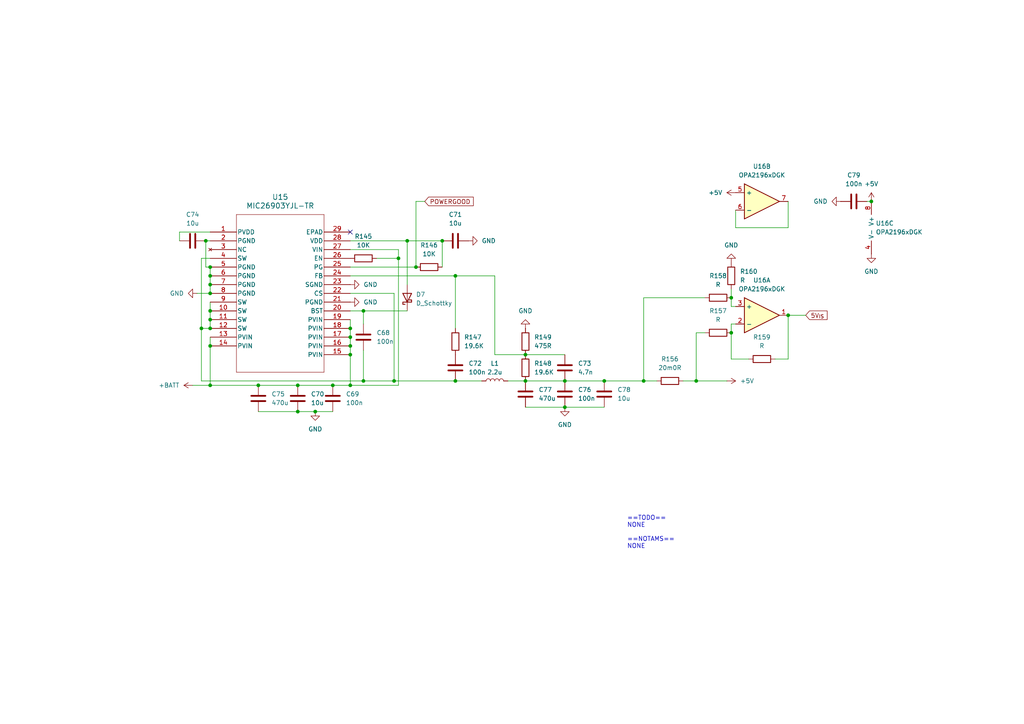
<source format=kicad_sch>
(kicad_sch
	(version 20231120)
	(generator "eeschema")
	(generator_version "8.0")
	(uuid "9945868b-4af8-4b7c-9316-7bd3f116b09c")
	(paper "A4")
	(title_block
		(title "MQ Rover Controller")
		(date "2024-12-23")
		(rev "A")
		(company "Sierra Engineering Design")
		(comment 1 "Rev. A Initial release")
	)
	(lib_symbols
		(symbol "Amplifier_Operational:OPA2196xDGK"
			(exclude_from_sim no)
			(in_bom yes)
			(on_board yes)
			(property "Reference" "U"
				(at 0 5.08 0)
				(effects
					(font
						(size 1.27 1.27)
					)
					(justify left)
				)
			)
			(property "Value" "OPA2196xDGK"
				(at 0 -5.08 0)
				(effects
					(font
						(size 1.27 1.27)
					)
					(justify left)
				)
			)
			(property "Footprint" "Package_SO:VSSOP-8_3x3mm_P0.65mm"
				(at 0 0 0)
				(effects
					(font
						(size 1.27 1.27)
					)
					(hide yes)
				)
			)
			(property "Datasheet" "http://www.ti.com/lit/ds/symlink/opa4196.pdf"
				(at 0 0 0)
				(effects
					(font
						(size 1.27 1.27)
					)
					(hide yes)
				)
			)
			(property "Description" "Dual, Low-Power, Low Offset Voltage, Rail-to-Rail Operational Amplifier, VSSOP-8"
				(at 0 0 0)
				(effects
					(font
						(size 1.27 1.27)
					)
					(hide yes)
				)
			)
			(property "ki_locked" ""
				(at 0 0 0)
				(effects
					(font
						(size 1.27 1.27)
					)
				)
			)
			(property "ki_keywords" "dual opamp rtor"
				(at 0 0 0)
				(effects
					(font
						(size 1.27 1.27)
					)
					(hide yes)
				)
			)
			(property "ki_fp_filters" "VSSOP*3x3mm*P0.65mm*"
				(at 0 0 0)
				(effects
					(font
						(size 1.27 1.27)
					)
					(hide yes)
				)
			)
			(symbol "OPA2196xDGK_1_1"
				(polyline
					(pts
						(xy -5.08 5.08) (xy 5.08 0) (xy -5.08 -5.08) (xy -5.08 5.08)
					)
					(stroke
						(width 0.254)
						(type default)
					)
					(fill
						(type background)
					)
				)
				(pin output line
					(at 7.62 0 180)
					(length 2.54)
					(name "~"
						(effects
							(font
								(size 1.27 1.27)
							)
						)
					)
					(number "1"
						(effects
							(font
								(size 1.27 1.27)
							)
						)
					)
				)
				(pin input line
					(at -7.62 -2.54 0)
					(length 2.54)
					(name "-"
						(effects
							(font
								(size 1.27 1.27)
							)
						)
					)
					(number "2"
						(effects
							(font
								(size 1.27 1.27)
							)
						)
					)
				)
				(pin input line
					(at -7.62 2.54 0)
					(length 2.54)
					(name "+"
						(effects
							(font
								(size 1.27 1.27)
							)
						)
					)
					(number "3"
						(effects
							(font
								(size 1.27 1.27)
							)
						)
					)
				)
			)
			(symbol "OPA2196xDGK_2_1"
				(polyline
					(pts
						(xy -5.08 5.08) (xy 5.08 0) (xy -5.08 -5.08) (xy -5.08 5.08)
					)
					(stroke
						(width 0.254)
						(type default)
					)
					(fill
						(type background)
					)
				)
				(pin input line
					(at -7.62 2.54 0)
					(length 2.54)
					(name "+"
						(effects
							(font
								(size 1.27 1.27)
							)
						)
					)
					(number "5"
						(effects
							(font
								(size 1.27 1.27)
							)
						)
					)
				)
				(pin input line
					(at -7.62 -2.54 0)
					(length 2.54)
					(name "-"
						(effects
							(font
								(size 1.27 1.27)
							)
						)
					)
					(number "6"
						(effects
							(font
								(size 1.27 1.27)
							)
						)
					)
				)
				(pin output line
					(at 7.62 0 180)
					(length 2.54)
					(name "~"
						(effects
							(font
								(size 1.27 1.27)
							)
						)
					)
					(number "7"
						(effects
							(font
								(size 1.27 1.27)
							)
						)
					)
				)
			)
			(symbol "OPA2196xDGK_3_1"
				(pin power_in line
					(at -2.54 -7.62 90)
					(length 3.81)
					(name "V-"
						(effects
							(font
								(size 1.27 1.27)
							)
						)
					)
					(number "4"
						(effects
							(font
								(size 1.27 1.27)
							)
						)
					)
				)
				(pin power_in line
					(at -2.54 7.62 270)
					(length 3.81)
					(name "V+"
						(effects
							(font
								(size 1.27 1.27)
							)
						)
					)
					(number "8"
						(effects
							(font
								(size 1.27 1.27)
							)
						)
					)
				)
			)
		)
		(symbol "Device:C"
			(pin_numbers hide)
			(pin_names
				(offset 0.254)
			)
			(exclude_from_sim no)
			(in_bom yes)
			(on_board yes)
			(property "Reference" "C"
				(at 0.635 2.54 0)
				(effects
					(font
						(size 1.27 1.27)
					)
					(justify left)
				)
			)
			(property "Value" "C"
				(at 0.635 -2.54 0)
				(effects
					(font
						(size 1.27 1.27)
					)
					(justify left)
				)
			)
			(property "Footprint" ""
				(at 0.9652 -3.81 0)
				(effects
					(font
						(size 1.27 1.27)
					)
					(hide yes)
				)
			)
			(property "Datasheet" "~"
				(at 0 0 0)
				(effects
					(font
						(size 1.27 1.27)
					)
					(hide yes)
				)
			)
			(property "Description" "Unpolarized capacitor"
				(at 0 0 0)
				(effects
					(font
						(size 1.27 1.27)
					)
					(hide yes)
				)
			)
			(property "ki_keywords" "cap capacitor"
				(at 0 0 0)
				(effects
					(font
						(size 1.27 1.27)
					)
					(hide yes)
				)
			)
			(property "ki_fp_filters" "C_*"
				(at 0 0 0)
				(effects
					(font
						(size 1.27 1.27)
					)
					(hide yes)
				)
			)
			(symbol "C_0_1"
				(polyline
					(pts
						(xy -2.032 -0.762) (xy 2.032 -0.762)
					)
					(stroke
						(width 0.508)
						(type default)
					)
					(fill
						(type none)
					)
				)
				(polyline
					(pts
						(xy -2.032 0.762) (xy 2.032 0.762)
					)
					(stroke
						(width 0.508)
						(type default)
					)
					(fill
						(type none)
					)
				)
			)
			(symbol "C_1_1"
				(pin passive line
					(at 0 3.81 270)
					(length 2.794)
					(name "~"
						(effects
							(font
								(size 1.27 1.27)
							)
						)
					)
					(number "1"
						(effects
							(font
								(size 1.27 1.27)
							)
						)
					)
				)
				(pin passive line
					(at 0 -3.81 90)
					(length 2.794)
					(name "~"
						(effects
							(font
								(size 1.27 1.27)
							)
						)
					)
					(number "2"
						(effects
							(font
								(size 1.27 1.27)
							)
						)
					)
				)
			)
		)
		(symbol "Device:D_Schottky"
			(pin_numbers hide)
			(pin_names
				(offset 1.016) hide)
			(exclude_from_sim no)
			(in_bom yes)
			(on_board yes)
			(property "Reference" "D"
				(at 0 2.54 0)
				(effects
					(font
						(size 1.27 1.27)
					)
				)
			)
			(property "Value" "D_Schottky"
				(at 0 -2.54 0)
				(effects
					(font
						(size 1.27 1.27)
					)
				)
			)
			(property "Footprint" ""
				(at 0 0 0)
				(effects
					(font
						(size 1.27 1.27)
					)
					(hide yes)
				)
			)
			(property "Datasheet" "~"
				(at 0 0 0)
				(effects
					(font
						(size 1.27 1.27)
					)
					(hide yes)
				)
			)
			(property "Description" "Schottky diode"
				(at 0 0 0)
				(effects
					(font
						(size 1.27 1.27)
					)
					(hide yes)
				)
			)
			(property "ki_keywords" "diode Schottky"
				(at 0 0 0)
				(effects
					(font
						(size 1.27 1.27)
					)
					(hide yes)
				)
			)
			(property "ki_fp_filters" "TO-???* *_Diode_* *SingleDiode* D_*"
				(at 0 0 0)
				(effects
					(font
						(size 1.27 1.27)
					)
					(hide yes)
				)
			)
			(symbol "D_Schottky_0_1"
				(polyline
					(pts
						(xy 1.27 0) (xy -1.27 0)
					)
					(stroke
						(width 0)
						(type default)
					)
					(fill
						(type none)
					)
				)
				(polyline
					(pts
						(xy 1.27 1.27) (xy 1.27 -1.27) (xy -1.27 0) (xy 1.27 1.27)
					)
					(stroke
						(width 0.254)
						(type default)
					)
					(fill
						(type none)
					)
				)
				(polyline
					(pts
						(xy -1.905 0.635) (xy -1.905 1.27) (xy -1.27 1.27) (xy -1.27 -1.27) (xy -0.635 -1.27) (xy -0.635 -0.635)
					)
					(stroke
						(width 0.254)
						(type default)
					)
					(fill
						(type none)
					)
				)
			)
			(symbol "D_Schottky_1_1"
				(pin passive line
					(at -3.81 0 0)
					(length 2.54)
					(name "K"
						(effects
							(font
								(size 1.27 1.27)
							)
						)
					)
					(number "1"
						(effects
							(font
								(size 1.27 1.27)
							)
						)
					)
				)
				(pin passive line
					(at 3.81 0 180)
					(length 2.54)
					(name "A"
						(effects
							(font
								(size 1.27 1.27)
							)
						)
					)
					(number "2"
						(effects
							(font
								(size 1.27 1.27)
							)
						)
					)
				)
			)
		)
		(symbol "Device:L"
			(pin_numbers hide)
			(pin_names
				(offset 1.016) hide)
			(exclude_from_sim no)
			(in_bom yes)
			(on_board yes)
			(property "Reference" "L"
				(at -1.27 0 90)
				(effects
					(font
						(size 1.27 1.27)
					)
				)
			)
			(property "Value" "L"
				(at 1.905 0 90)
				(effects
					(font
						(size 1.27 1.27)
					)
				)
			)
			(property "Footprint" ""
				(at 0 0 0)
				(effects
					(font
						(size 1.27 1.27)
					)
					(hide yes)
				)
			)
			(property "Datasheet" "~"
				(at 0 0 0)
				(effects
					(font
						(size 1.27 1.27)
					)
					(hide yes)
				)
			)
			(property "Description" "Inductor"
				(at 0 0 0)
				(effects
					(font
						(size 1.27 1.27)
					)
					(hide yes)
				)
			)
			(property "ki_keywords" "inductor choke coil reactor magnetic"
				(at 0 0 0)
				(effects
					(font
						(size 1.27 1.27)
					)
					(hide yes)
				)
			)
			(property "ki_fp_filters" "Choke_* *Coil* Inductor_* L_*"
				(at 0 0 0)
				(effects
					(font
						(size 1.27 1.27)
					)
					(hide yes)
				)
			)
			(symbol "L_0_1"
				(arc
					(start 0 -2.54)
					(mid 0.6323 -1.905)
					(end 0 -1.27)
					(stroke
						(width 0)
						(type default)
					)
					(fill
						(type none)
					)
				)
				(arc
					(start 0 -1.27)
					(mid 0.6323 -0.635)
					(end 0 0)
					(stroke
						(width 0)
						(type default)
					)
					(fill
						(type none)
					)
				)
				(arc
					(start 0 0)
					(mid 0.6323 0.635)
					(end 0 1.27)
					(stroke
						(width 0)
						(type default)
					)
					(fill
						(type none)
					)
				)
				(arc
					(start 0 1.27)
					(mid 0.6323 1.905)
					(end 0 2.54)
					(stroke
						(width 0)
						(type default)
					)
					(fill
						(type none)
					)
				)
			)
			(symbol "L_1_1"
				(pin passive line
					(at 0 3.81 270)
					(length 1.27)
					(name "1"
						(effects
							(font
								(size 1.27 1.27)
							)
						)
					)
					(number "1"
						(effects
							(font
								(size 1.27 1.27)
							)
						)
					)
				)
				(pin passive line
					(at 0 -3.81 90)
					(length 1.27)
					(name "2"
						(effects
							(font
								(size 1.27 1.27)
							)
						)
					)
					(number "2"
						(effects
							(font
								(size 1.27 1.27)
							)
						)
					)
				)
			)
		)
		(symbol "Device:R"
			(pin_numbers hide)
			(pin_names
				(offset 0)
			)
			(exclude_from_sim no)
			(in_bom yes)
			(on_board yes)
			(property "Reference" "R"
				(at 2.032 0 90)
				(effects
					(font
						(size 1.27 1.27)
					)
				)
			)
			(property "Value" "R"
				(at 0 0 90)
				(effects
					(font
						(size 1.27 1.27)
					)
				)
			)
			(property "Footprint" ""
				(at -1.778 0 90)
				(effects
					(font
						(size 1.27 1.27)
					)
					(hide yes)
				)
			)
			(property "Datasheet" "~"
				(at 0 0 0)
				(effects
					(font
						(size 1.27 1.27)
					)
					(hide yes)
				)
			)
			(property "Description" "Resistor"
				(at 0 0 0)
				(effects
					(font
						(size 1.27 1.27)
					)
					(hide yes)
				)
			)
			(property "ki_keywords" "R res resistor"
				(at 0 0 0)
				(effects
					(font
						(size 1.27 1.27)
					)
					(hide yes)
				)
			)
			(property "ki_fp_filters" "R_*"
				(at 0 0 0)
				(effects
					(font
						(size 1.27 1.27)
					)
					(hide yes)
				)
			)
			(symbol "R_0_1"
				(rectangle
					(start -1.016 -2.54)
					(end 1.016 2.54)
					(stroke
						(width 0.254)
						(type default)
					)
					(fill
						(type none)
					)
				)
			)
			(symbol "R_1_1"
				(pin passive line
					(at 0 3.81 270)
					(length 1.27)
					(name "~"
						(effects
							(font
								(size 1.27 1.27)
							)
						)
					)
					(number "1"
						(effects
							(font
								(size 1.27 1.27)
							)
						)
					)
				)
				(pin passive line
					(at 0 -3.81 90)
					(length 1.27)
					(name "~"
						(effects
							(font
								(size 1.27 1.27)
							)
						)
					)
					(number "2"
						(effects
							(font
								(size 1.27 1.27)
							)
						)
					)
				)
			)
		)
		(symbol "MIC26903:MIC26903YJL-TR"
			(pin_names
				(offset 0.254)
			)
			(exclude_from_sim no)
			(in_bom yes)
			(on_board yes)
			(property "Reference" "U"
				(at 20.32 10.16 0)
				(effects
					(font
						(size 1.524 1.524)
					)
				)
			)
			(property "Value" "MIC26903YJL-TR"
				(at 20.32 7.62 0)
				(effects
					(font
						(size 1.524 1.524)
					)
				)
			)
			(property "Footprint" "MLF28_5X6_MCH"
				(at 0 0 0)
				(effects
					(font
						(size 1.27 1.27)
						(italic yes)
					)
					(hide yes)
				)
			)
			(property "Datasheet" "MIC26903YJL-TR"
				(at 0 0 0)
				(effects
					(font
						(size 1.27 1.27)
						(italic yes)
					)
					(hide yes)
				)
			)
			(property "Description" ""
				(at 0 0 0)
				(effects
					(font
						(size 1.27 1.27)
					)
					(hide yes)
				)
			)
			(property "ki_locked" ""
				(at 0 0 0)
				(effects
					(font
						(size 1.27 1.27)
					)
				)
			)
			(property "ki_keywords" "MIC26903YJL-TR"
				(at 0 0 0)
				(effects
					(font
						(size 1.27 1.27)
					)
					(hide yes)
				)
			)
			(property "ki_fp_filters" "MLF28_5X6_MCH MLF28_5X6_MCH-M MLF28_5X6_MCH-L"
				(at 0 0 0)
				(effects
					(font
						(size 1.27 1.27)
					)
					(hide yes)
				)
			)
			(symbol "MIC26903YJL-TR_0_1"
				(polyline
					(pts
						(xy 7.62 -40.64) (xy 33.02 -40.64)
					)
					(stroke
						(width 0.127)
						(type default)
					)
					(fill
						(type none)
					)
				)
				(polyline
					(pts
						(xy 7.62 5.08) (xy 7.62 -40.64)
					)
					(stroke
						(width 0.127)
						(type default)
					)
					(fill
						(type none)
					)
				)
				(polyline
					(pts
						(xy 33.02 -40.64) (xy 33.02 5.08)
					)
					(stroke
						(width 0.127)
						(type default)
					)
					(fill
						(type none)
					)
				)
				(polyline
					(pts
						(xy 33.02 5.08) (xy 7.62 5.08)
					)
					(stroke
						(width 0.127)
						(type default)
					)
					(fill
						(type none)
					)
				)
				(pin power_in line
					(at 0 0 0)
					(length 7.62)
					(name "PVDD"
						(effects
							(font
								(size 1.27 1.27)
							)
						)
					)
					(number "1"
						(effects
							(font
								(size 1.27 1.27)
							)
						)
					)
				)
				(pin output line
					(at 0 -22.86 0)
					(length 7.62)
					(name "SW"
						(effects
							(font
								(size 1.27 1.27)
							)
						)
					)
					(number "10"
						(effects
							(font
								(size 1.27 1.27)
							)
						)
					)
				)
				(pin output line
					(at 0 -25.4 0)
					(length 7.62)
					(name "SW"
						(effects
							(font
								(size 1.27 1.27)
							)
						)
					)
					(number "11"
						(effects
							(font
								(size 1.27 1.27)
							)
						)
					)
				)
				(pin output line
					(at 0 -27.94 0)
					(length 7.62)
					(name "SW"
						(effects
							(font
								(size 1.27 1.27)
							)
						)
					)
					(number "12"
						(effects
							(font
								(size 1.27 1.27)
							)
						)
					)
				)
				(pin input line
					(at 0 -30.48 0)
					(length 7.62)
					(name "PVIN"
						(effects
							(font
								(size 1.27 1.27)
							)
						)
					)
					(number "13"
						(effects
							(font
								(size 1.27 1.27)
							)
						)
					)
				)
				(pin input line
					(at 0 -33.02 0)
					(length 7.62)
					(name "PVIN"
						(effects
							(font
								(size 1.27 1.27)
							)
						)
					)
					(number "14"
						(effects
							(font
								(size 1.27 1.27)
							)
						)
					)
				)
				(pin input line
					(at 40.64 -35.56 180)
					(length 7.62)
					(name "PVIN"
						(effects
							(font
								(size 1.27 1.27)
							)
						)
					)
					(number "15"
						(effects
							(font
								(size 1.27 1.27)
							)
						)
					)
				)
				(pin input line
					(at 40.64 -33.02 180)
					(length 7.62)
					(name "PVIN"
						(effects
							(font
								(size 1.27 1.27)
							)
						)
					)
					(number "16"
						(effects
							(font
								(size 1.27 1.27)
							)
						)
					)
				)
				(pin input line
					(at 40.64 -30.48 180)
					(length 7.62)
					(name "PVIN"
						(effects
							(font
								(size 1.27 1.27)
							)
						)
					)
					(number "17"
						(effects
							(font
								(size 1.27 1.27)
							)
						)
					)
				)
				(pin input line
					(at 40.64 -27.94 180)
					(length 7.62)
					(name "PVIN"
						(effects
							(font
								(size 1.27 1.27)
							)
						)
					)
					(number "18"
						(effects
							(font
								(size 1.27 1.27)
							)
						)
					)
				)
				(pin input line
					(at 40.64 -25.4 180)
					(length 7.62)
					(name "PVIN"
						(effects
							(font
								(size 1.27 1.27)
							)
						)
					)
					(number "19"
						(effects
							(font
								(size 1.27 1.27)
							)
						)
					)
				)
				(pin power_in line
					(at 0 -2.54 0)
					(length 7.62)
					(name "PGND"
						(effects
							(font
								(size 1.27 1.27)
							)
						)
					)
					(number "2"
						(effects
							(font
								(size 1.27 1.27)
							)
						)
					)
				)
				(pin output line
					(at 40.64 -22.86 180)
					(length 7.62)
					(name "BST"
						(effects
							(font
								(size 1.27 1.27)
							)
						)
					)
					(number "20"
						(effects
							(font
								(size 1.27 1.27)
							)
						)
					)
				)
				(pin power_in line
					(at 40.64 -20.32 180)
					(length 7.62)
					(name "PGND"
						(effects
							(font
								(size 1.27 1.27)
							)
						)
					)
					(number "21"
						(effects
							(font
								(size 1.27 1.27)
							)
						)
					)
				)
				(pin input line
					(at 40.64 -17.78 180)
					(length 7.62)
					(name "CS"
						(effects
							(font
								(size 1.27 1.27)
							)
						)
					)
					(number "22"
						(effects
							(font
								(size 1.27 1.27)
							)
						)
					)
				)
				(pin power_in line
					(at 40.64 -15.24 180)
					(length 7.62)
					(name "SGND"
						(effects
							(font
								(size 1.27 1.27)
							)
						)
					)
					(number "23"
						(effects
							(font
								(size 1.27 1.27)
							)
						)
					)
				)
				(pin input line
					(at 40.64 -12.7 180)
					(length 7.62)
					(name "FB"
						(effects
							(font
								(size 1.27 1.27)
							)
						)
					)
					(number "24"
						(effects
							(font
								(size 1.27 1.27)
							)
						)
					)
				)
				(pin output line
					(at 40.64 -10.16 180)
					(length 7.62)
					(name "PG"
						(effects
							(font
								(size 1.27 1.27)
							)
						)
					)
					(number "25"
						(effects
							(font
								(size 1.27 1.27)
							)
						)
					)
				)
				(pin input line
					(at 40.64 -7.62 180)
					(length 7.62)
					(name "EN"
						(effects
							(font
								(size 1.27 1.27)
							)
						)
					)
					(number "26"
						(effects
							(font
								(size 1.27 1.27)
							)
						)
					)
				)
				(pin input line
					(at 40.64 -5.08 180)
					(length 7.62)
					(name "VIN"
						(effects
							(font
								(size 1.27 1.27)
							)
						)
					)
					(number "27"
						(effects
							(font
								(size 1.27 1.27)
							)
						)
					)
				)
				(pin power_in line
					(at 40.64 -2.54 180)
					(length 7.62)
					(name "VDD"
						(effects
							(font
								(size 1.27 1.27)
							)
						)
					)
					(number "28"
						(effects
							(font
								(size 1.27 1.27)
							)
						)
					)
				)
				(pin unspecified line
					(at 40.64 0 180)
					(length 7.62)
					(name "EPAD"
						(effects
							(font
								(size 1.27 1.27)
							)
						)
					)
					(number "29"
						(effects
							(font
								(size 1.27 1.27)
							)
						)
					)
				)
				(pin no_connect line
					(at 0 -5.08 0)
					(length 7.62)
					(name "NC"
						(effects
							(font
								(size 1.27 1.27)
							)
						)
					)
					(number "3"
						(effects
							(font
								(size 1.27 1.27)
							)
						)
					)
				)
				(pin output line
					(at 0 -7.62 0)
					(length 7.62)
					(name "SW"
						(effects
							(font
								(size 1.27 1.27)
							)
						)
					)
					(number "4"
						(effects
							(font
								(size 1.27 1.27)
							)
						)
					)
				)
				(pin power_in line
					(at 0 -10.16 0)
					(length 7.62)
					(name "PGND"
						(effects
							(font
								(size 1.27 1.27)
							)
						)
					)
					(number "5"
						(effects
							(font
								(size 1.27 1.27)
							)
						)
					)
				)
				(pin power_in line
					(at 0 -12.7 0)
					(length 7.62)
					(name "PGND"
						(effects
							(font
								(size 1.27 1.27)
							)
						)
					)
					(number "6"
						(effects
							(font
								(size 1.27 1.27)
							)
						)
					)
				)
				(pin power_in line
					(at 0 -15.24 0)
					(length 7.62)
					(name "PGND"
						(effects
							(font
								(size 1.27 1.27)
							)
						)
					)
					(number "7"
						(effects
							(font
								(size 1.27 1.27)
							)
						)
					)
				)
				(pin power_in line
					(at 0 -17.78 0)
					(length 7.62)
					(name "PGND"
						(effects
							(font
								(size 1.27 1.27)
							)
						)
					)
					(number "8"
						(effects
							(font
								(size 1.27 1.27)
							)
						)
					)
				)
				(pin output line
					(at 0 -20.32 0)
					(length 7.62)
					(name "SW"
						(effects
							(font
								(size 1.27 1.27)
							)
						)
					)
					(number "9"
						(effects
							(font
								(size 1.27 1.27)
							)
						)
					)
				)
			)
		)
		(symbol "power:+5V"
			(power)
			(pin_numbers hide)
			(pin_names
				(offset 0) hide)
			(exclude_from_sim no)
			(in_bom yes)
			(on_board yes)
			(property "Reference" "#PWR"
				(at 0 -3.81 0)
				(effects
					(font
						(size 1.27 1.27)
					)
					(hide yes)
				)
			)
			(property "Value" "+5V"
				(at 0 3.556 0)
				(effects
					(font
						(size 1.27 1.27)
					)
				)
			)
			(property "Footprint" ""
				(at 0 0 0)
				(effects
					(font
						(size 1.27 1.27)
					)
					(hide yes)
				)
			)
			(property "Datasheet" ""
				(at 0 0 0)
				(effects
					(font
						(size 1.27 1.27)
					)
					(hide yes)
				)
			)
			(property "Description" "Power symbol creates a global label with name \"+5V\""
				(at 0 0 0)
				(effects
					(font
						(size 1.27 1.27)
					)
					(hide yes)
				)
			)
			(property "ki_keywords" "global power"
				(at 0 0 0)
				(effects
					(font
						(size 1.27 1.27)
					)
					(hide yes)
				)
			)
			(symbol "+5V_0_1"
				(polyline
					(pts
						(xy -0.762 1.27) (xy 0 2.54)
					)
					(stroke
						(width 0)
						(type default)
					)
					(fill
						(type none)
					)
				)
				(polyline
					(pts
						(xy 0 0) (xy 0 2.54)
					)
					(stroke
						(width 0)
						(type default)
					)
					(fill
						(type none)
					)
				)
				(polyline
					(pts
						(xy 0 2.54) (xy 0.762 1.27)
					)
					(stroke
						(width 0)
						(type default)
					)
					(fill
						(type none)
					)
				)
			)
			(symbol "+5V_1_1"
				(pin power_in line
					(at 0 0 90)
					(length 0)
					(name "~"
						(effects
							(font
								(size 1.27 1.27)
							)
						)
					)
					(number "1"
						(effects
							(font
								(size 1.27 1.27)
							)
						)
					)
				)
			)
		)
		(symbol "power:+BATT"
			(power)
			(pin_numbers hide)
			(pin_names
				(offset 0) hide)
			(exclude_from_sim no)
			(in_bom yes)
			(on_board yes)
			(property "Reference" "#PWR"
				(at 0 -3.81 0)
				(effects
					(font
						(size 1.27 1.27)
					)
					(hide yes)
				)
			)
			(property "Value" "+BATT"
				(at 0 3.556 0)
				(effects
					(font
						(size 1.27 1.27)
					)
				)
			)
			(property "Footprint" ""
				(at 0 0 0)
				(effects
					(font
						(size 1.27 1.27)
					)
					(hide yes)
				)
			)
			(property "Datasheet" ""
				(at 0 0 0)
				(effects
					(font
						(size 1.27 1.27)
					)
					(hide yes)
				)
			)
			(property "Description" "Power symbol creates a global label with name \"+BATT\""
				(at 0 0 0)
				(effects
					(font
						(size 1.27 1.27)
					)
					(hide yes)
				)
			)
			(property "ki_keywords" "global power battery"
				(at 0 0 0)
				(effects
					(font
						(size 1.27 1.27)
					)
					(hide yes)
				)
			)
			(symbol "+BATT_0_1"
				(polyline
					(pts
						(xy -0.762 1.27) (xy 0 2.54)
					)
					(stroke
						(width 0)
						(type default)
					)
					(fill
						(type none)
					)
				)
				(polyline
					(pts
						(xy 0 0) (xy 0 2.54)
					)
					(stroke
						(width 0)
						(type default)
					)
					(fill
						(type none)
					)
				)
				(polyline
					(pts
						(xy 0 2.54) (xy 0.762 1.27)
					)
					(stroke
						(width 0)
						(type default)
					)
					(fill
						(type none)
					)
				)
			)
			(symbol "+BATT_1_1"
				(pin power_in line
					(at 0 0 90)
					(length 0)
					(name "~"
						(effects
							(font
								(size 1.27 1.27)
							)
						)
					)
					(number "1"
						(effects
							(font
								(size 1.27 1.27)
							)
						)
					)
				)
			)
		)
		(symbol "power:GND"
			(power)
			(pin_numbers hide)
			(pin_names
				(offset 0) hide)
			(exclude_from_sim no)
			(in_bom yes)
			(on_board yes)
			(property "Reference" "#PWR"
				(at 0 -6.35 0)
				(effects
					(font
						(size 1.27 1.27)
					)
					(hide yes)
				)
			)
			(property "Value" "GND"
				(at 0 -3.81 0)
				(effects
					(font
						(size 1.27 1.27)
					)
				)
			)
			(property "Footprint" ""
				(at 0 0 0)
				(effects
					(font
						(size 1.27 1.27)
					)
					(hide yes)
				)
			)
			(property "Datasheet" ""
				(at 0 0 0)
				(effects
					(font
						(size 1.27 1.27)
					)
					(hide yes)
				)
			)
			(property "Description" "Power symbol creates a global label with name \"GND\" , ground"
				(at 0 0 0)
				(effects
					(font
						(size 1.27 1.27)
					)
					(hide yes)
				)
			)
			(property "ki_keywords" "global power"
				(at 0 0 0)
				(effects
					(font
						(size 1.27 1.27)
					)
					(hide yes)
				)
			)
			(symbol "GND_0_1"
				(polyline
					(pts
						(xy 0 0) (xy 0 -1.27) (xy 1.27 -1.27) (xy 0 -2.54) (xy -1.27 -1.27) (xy 0 -1.27)
					)
					(stroke
						(width 0)
						(type default)
					)
					(fill
						(type none)
					)
				)
			)
			(symbol "GND_1_1"
				(pin power_in line
					(at 0 0 270)
					(length 0)
					(name "~"
						(effects
							(font
								(size 1.27 1.27)
							)
						)
					)
					(number "1"
						(effects
							(font
								(size 1.27 1.27)
							)
						)
					)
				)
			)
		)
	)
	(junction
		(at 101.6 111.76)
		(diameter 0)
		(color 0 0 0 0)
		(uuid "0c67a34f-69c2-419f-9f81-9e0d718d6188")
	)
	(junction
		(at 101.6 100.33)
		(diameter 0)
		(color 0 0 0 0)
		(uuid "112849e5-20b7-4fa5-a2b8-daf105c8bb2b")
	)
	(junction
		(at 212.09 86.36)
		(diameter 0)
		(color 0 0 0 0)
		(uuid "157090e7-2f9c-4069-bd34-413992f6e8f6")
	)
	(junction
		(at 96.52 111.76)
		(diameter 0)
		(color 0 0 0 0)
		(uuid "1c643f3d-213a-4421-b2f6-463163c9fb7c")
	)
	(junction
		(at 60.96 92.71)
		(diameter 0)
		(color 0 0 0 0)
		(uuid "1e8e62b7-5a44-4bec-bd30-9e9ef617b45a")
	)
	(junction
		(at 163.83 118.11)
		(diameter 0)
		(color 0 0 0 0)
		(uuid "27dedcfa-fa3f-4201-a7db-68b9943d0bfe")
	)
	(junction
		(at 60.96 95.25)
		(diameter 0)
		(color 0 0 0 0)
		(uuid "2edd8290-4375-4de9-9e53-38e639950d89")
	)
	(junction
		(at 120.65 77.47)
		(diameter 0)
		(color 0 0 0 0)
		(uuid "36e8cd28-d747-43d0-ac8a-9046fbbeea92")
	)
	(junction
		(at 114.3 110.49)
		(diameter 0)
		(color 0 0 0 0)
		(uuid "3a56cbca-37d8-4a58-96c1-db4cf5433d24")
	)
	(junction
		(at 60.96 80.01)
		(diameter 0)
		(color 0 0 0 0)
		(uuid "4427bffe-8790-472b-a196-b6c97401dca8")
	)
	(junction
		(at 115.57 74.93)
		(diameter 0)
		(color 0 0 0 0)
		(uuid "4b072cc3-8439-43c1-a057-36870ba7a762")
	)
	(junction
		(at 212.09 96.52)
		(diameter 0)
		(color 0 0 0 0)
		(uuid "4c1a49b4-2367-41b9-ad63-c382377f07d0")
	)
	(junction
		(at 252.73 58.42)
		(diameter 0)
		(color 0 0 0 0)
		(uuid "52d98446-edf1-4852-b5cd-3b363abc538a")
	)
	(junction
		(at 105.41 110.49)
		(diameter 0)
		(color 0 0 0 0)
		(uuid "5408f6cc-3f0e-44b7-9066-95460283cb81")
	)
	(junction
		(at 152.4 102.87)
		(diameter 0)
		(color 0 0 0 0)
		(uuid "5809e52b-4eff-44ac-8be7-a917c323616f")
	)
	(junction
		(at 86.36 111.76)
		(diameter 0)
		(color 0 0 0 0)
		(uuid "5995f4ac-5754-4f92-b5d5-d9b17259d15b")
	)
	(junction
		(at 60.96 100.33)
		(diameter 0)
		(color 0 0 0 0)
		(uuid "5cbf98bb-72e2-4b5a-965e-2d60c8a9756c")
	)
	(junction
		(at 118.11 69.85)
		(diameter 0)
		(color 0 0 0 0)
		(uuid "62a88355-c507-4b2b-b46e-5f5b3e250595")
	)
	(junction
		(at 175.26 110.49)
		(diameter 0)
		(color 0 0 0 0)
		(uuid "62ad6311-0ef4-42f8-a9ac-a821b6ebcd0f")
	)
	(junction
		(at 60.96 85.09)
		(diameter 0)
		(color 0 0 0 0)
		(uuid "67369146-2257-42c8-a73c-3b9bdbf2ebdb")
	)
	(junction
		(at 60.96 111.76)
		(diameter 0)
		(color 0 0 0 0)
		(uuid "6b321b4e-00c7-4471-a6b4-4711f7dc6596")
	)
	(junction
		(at 163.83 110.49)
		(diameter 0)
		(color 0 0 0 0)
		(uuid "6cf730f8-0263-4d72-8c99-541de24c7e53")
	)
	(junction
		(at 60.96 77.47)
		(diameter 0)
		(color 0 0 0 0)
		(uuid "77f0b827-a661-46e7-9005-9ed55a7ecc1e")
	)
	(junction
		(at 128.27 69.85)
		(diameter 0)
		(color 0 0 0 0)
		(uuid "7fc35e85-7e96-40c8-b683-3dedb3ead1b2")
	)
	(junction
		(at 91.44 119.38)
		(diameter 0)
		(color 0 0 0 0)
		(uuid "827116c5-37fd-48c7-9985-8ae902c0af53")
	)
	(junction
		(at 101.6 102.87)
		(diameter 0)
		(color 0 0 0 0)
		(uuid "87ac571c-9ac5-4c9d-9dff-280d655a0e9c")
	)
	(junction
		(at 152.4 110.49)
		(diameter 0)
		(color 0 0 0 0)
		(uuid "8abbae14-ddf4-4ccc-bfed-e3b27701cc96")
	)
	(junction
		(at 86.36 119.38)
		(diameter 0)
		(color 0 0 0 0)
		(uuid "995d9763-546e-4255-abe1-a266a864e7a5")
	)
	(junction
		(at 101.6 95.25)
		(diameter 0)
		(color 0 0 0 0)
		(uuid "9be96a5e-09bd-4a37-bd1f-ea814fdfaa35")
	)
	(junction
		(at 74.93 111.76)
		(diameter 0)
		(color 0 0 0 0)
		(uuid "a50868ac-ffd6-4783-b068-19e65bc49d3e")
	)
	(junction
		(at 101.6 97.79)
		(diameter 0)
		(color 0 0 0 0)
		(uuid "a5aaf900-fd23-4be9-b647-5e55c8c993cb")
	)
	(junction
		(at 132.08 110.49)
		(diameter 0)
		(color 0 0 0 0)
		(uuid "a9ca5ac1-cfc2-4f92-8081-54412b61bea0")
	)
	(junction
		(at 60.96 82.55)
		(diameter 0)
		(color 0 0 0 0)
		(uuid "aaaee7ce-fa6d-4949-bb11-55182ad39a61")
	)
	(junction
		(at 228.6 91.44)
		(diameter 0)
		(color 0 0 0 0)
		(uuid "bb7b79d5-479b-4d19-9049-c5d9f604e59b")
	)
	(junction
		(at 201.93 110.49)
		(diameter 0)
		(color 0 0 0 0)
		(uuid "bc067b54-ed9d-4619-be58-8e3c117e6732")
	)
	(junction
		(at 59.69 69.85)
		(diameter 0)
		(color 0 0 0 0)
		(uuid "c174a9a3-1d86-459c-bcf7-e750a8c00e13")
	)
	(junction
		(at 186.69 110.49)
		(diameter 0)
		(color 0 0 0 0)
		(uuid "c2110d93-5795-4cca-abfe-18feb3a14ecb")
	)
	(junction
		(at 105.41 90.17)
		(diameter 0)
		(color 0 0 0 0)
		(uuid "d252dab8-f9f7-41f8-bc15-4a7b6f03927a")
	)
	(junction
		(at 58.42 95.25)
		(diameter 0)
		(color 0 0 0 0)
		(uuid "d954ea07-6b9f-4181-a421-afccb5995530")
	)
	(junction
		(at 132.08 80.01)
		(diameter 0)
		(color 0 0 0 0)
		(uuid "e5ee7fd9-d217-4345-8b0f-515437271e20")
	)
	(junction
		(at 60.96 90.17)
		(diameter 0)
		(color 0 0 0 0)
		(uuid "ea76676d-96c3-4ba2-8b64-29b52650ac14")
	)
	(no_connect
		(at 101.6 67.31)
		(uuid "fddab170-f260-40b9-a61f-7944a711b4b1")
	)
	(wire
		(pts
			(xy 213.36 60.96) (xy 213.36 66.04)
		)
		(stroke
			(width 0)
			(type default)
		)
		(uuid "01f19bc4-c2aa-4235-b258-766d7942c754")
	)
	(wire
		(pts
			(xy 105.41 110.49) (xy 105.41 101.6)
		)
		(stroke
			(width 0)
			(type default)
		)
		(uuid "05b48736-be53-4e46-a309-4b888d199d11")
	)
	(wire
		(pts
			(xy 224.79 104.14) (xy 228.6 104.14)
		)
		(stroke
			(width 0)
			(type default)
		)
		(uuid "087027f8-6aa9-43b7-b7e5-0bee27d1ddb8")
	)
	(wire
		(pts
			(xy 212.09 96.52) (xy 212.09 93.98)
		)
		(stroke
			(width 0)
			(type default)
		)
		(uuid "0afb1e76-c201-4963-9655-cae6e990d42a")
	)
	(wire
		(pts
			(xy 228.6 66.04) (xy 228.6 58.42)
		)
		(stroke
			(width 0)
			(type default)
		)
		(uuid "0bfe27a3-3cf0-408c-8a8f-e89ececc1bf8")
	)
	(wire
		(pts
			(xy 118.11 69.85) (xy 128.27 69.85)
		)
		(stroke
			(width 0)
			(type default)
		)
		(uuid "0e55b526-c800-40ad-b1e4-b85c96afb5a7")
	)
	(wire
		(pts
			(xy 212.09 88.9) (xy 213.36 88.9)
		)
		(stroke
			(width 0)
			(type default)
		)
		(uuid "147e923c-201d-45f4-8852-4228ce052f32")
	)
	(wire
		(pts
			(xy 204.47 86.36) (xy 186.69 86.36)
		)
		(stroke
			(width 0)
			(type default)
		)
		(uuid "1834555c-8d35-48fd-b6a4-92a1a0231410")
	)
	(wire
		(pts
			(xy 57.15 85.09) (xy 60.96 85.09)
		)
		(stroke
			(width 0)
			(type default)
		)
		(uuid "1f89d05a-2125-496c-b478-d302f091042e")
	)
	(wire
		(pts
			(xy 120.65 77.47) (xy 101.6 77.47)
		)
		(stroke
			(width 0)
			(type default)
		)
		(uuid "226e50c7-b6f2-4477-beef-877b96842ebd")
	)
	(wire
		(pts
			(xy 101.6 69.85) (xy 118.11 69.85)
		)
		(stroke
			(width 0)
			(type default)
		)
		(uuid "28d2689e-21e6-424d-a103-bc8c01077d11")
	)
	(wire
		(pts
			(xy 201.93 110.49) (xy 210.82 110.49)
		)
		(stroke
			(width 0)
			(type default)
		)
		(uuid "2a491716-3fdd-4081-9048-0df1e4a274e3")
	)
	(wire
		(pts
			(xy 118.11 69.85) (xy 118.11 82.55)
		)
		(stroke
			(width 0)
			(type default)
		)
		(uuid "336aaf1e-9346-4276-8681-4740650853f2")
	)
	(wire
		(pts
			(xy 132.08 80.01) (xy 101.6 80.01)
		)
		(stroke
			(width 0)
			(type default)
		)
		(uuid "35507c55-e0a6-4f80-a7a1-ac6bae51f72f")
	)
	(wire
		(pts
			(xy 101.6 111.76) (xy 96.52 111.76)
		)
		(stroke
			(width 0)
			(type default)
		)
		(uuid "35d521e4-ebd8-4086-895d-59e5dbbd97bb")
	)
	(wire
		(pts
			(xy 101.6 85.09) (xy 114.3 85.09)
		)
		(stroke
			(width 0)
			(type default)
		)
		(uuid "360088d4-979c-48ad-9e04-c39728e40440")
	)
	(wire
		(pts
			(xy 152.4 110.49) (xy 163.83 110.49)
		)
		(stroke
			(width 0)
			(type default)
		)
		(uuid "395a33ef-eff7-490c-9a93-1bf16a93e611")
	)
	(wire
		(pts
			(xy 59.69 69.85) (xy 60.96 69.85)
		)
		(stroke
			(width 0)
			(type default)
		)
		(uuid "3aca9b7b-53a6-4a13-a2c3-6cb5f2575b60")
	)
	(wire
		(pts
			(xy 60.96 82.55) (xy 60.96 85.09)
		)
		(stroke
			(width 0)
			(type default)
		)
		(uuid "416d5f39-4234-4d23-93ae-5f14146bd8bc")
	)
	(wire
		(pts
			(xy 101.6 102.87) (xy 101.6 111.76)
		)
		(stroke
			(width 0)
			(type default)
		)
		(uuid "511497cf-44c0-4a32-b22b-99cd6c95e462")
	)
	(wire
		(pts
			(xy 74.93 119.38) (xy 86.36 119.38)
		)
		(stroke
			(width 0)
			(type default)
		)
		(uuid "53683cb8-d988-45dc-99ab-0e989a14131b")
	)
	(wire
		(pts
			(xy 101.6 95.25) (xy 101.6 97.79)
		)
		(stroke
			(width 0)
			(type default)
		)
		(uuid "56eef059-852a-4b6d-a48c-12391fdd4986")
	)
	(wire
		(pts
			(xy 58.42 74.93) (xy 58.42 95.25)
		)
		(stroke
			(width 0)
			(type default)
		)
		(uuid "580503a5-7fc7-43e0-916a-a75ec3fc159b")
	)
	(wire
		(pts
			(xy 101.6 92.71) (xy 101.6 95.25)
		)
		(stroke
			(width 0)
			(type default)
		)
		(uuid "5ab03aab-e5bd-4af3-b2d7-922084cd9b52")
	)
	(wire
		(pts
			(xy 175.26 110.49) (xy 186.69 110.49)
		)
		(stroke
			(width 0)
			(type default)
		)
		(uuid "5d8c368e-f86b-4611-bb5f-c31780a74893")
	)
	(wire
		(pts
			(xy 96.52 111.76) (xy 86.36 111.76)
		)
		(stroke
			(width 0)
			(type default)
		)
		(uuid "5dfcd5be-0473-4a47-ab39-18541bf540b6")
	)
	(wire
		(pts
			(xy 55.88 111.76) (xy 60.96 111.76)
		)
		(stroke
			(width 0)
			(type default)
		)
		(uuid "608172bc-c348-46e9-b115-63f0e78dbadc")
	)
	(wire
		(pts
			(xy 152.4 102.87) (xy 163.83 102.87)
		)
		(stroke
			(width 0)
			(type default)
		)
		(uuid "680491b5-bd25-4a54-9084-2cced1291055")
	)
	(wire
		(pts
			(xy 91.44 119.38) (xy 96.52 119.38)
		)
		(stroke
			(width 0)
			(type default)
		)
		(uuid "6b21afb7-2c91-47c9-a6be-034765d7ddc6")
	)
	(wire
		(pts
			(xy 105.41 110.49) (xy 114.3 110.49)
		)
		(stroke
			(width 0)
			(type default)
		)
		(uuid "6c624a4a-3010-4028-ac5a-973c1ecf1f06")
	)
	(wire
		(pts
			(xy 228.6 104.14) (xy 228.6 91.44)
		)
		(stroke
			(width 0)
			(type default)
		)
		(uuid "6ec87ba5-dc43-40bd-8ce5-f521302cb6bd")
	)
	(wire
		(pts
			(xy 60.96 111.76) (xy 74.93 111.76)
		)
		(stroke
			(width 0)
			(type default)
		)
		(uuid "71fe4e19-6ab5-4f66-9e6c-71ec8b23ec08")
	)
	(wire
		(pts
			(xy 60.96 77.47) (xy 60.96 80.01)
		)
		(stroke
			(width 0)
			(type default)
		)
		(uuid "72bca95d-574b-4d94-91cb-00fc12d33641")
	)
	(wire
		(pts
			(xy 60.96 111.76) (xy 60.96 100.33)
		)
		(stroke
			(width 0)
			(type default)
		)
		(uuid "7782b3cb-1d6f-40ba-93bc-0ab830fe4395")
	)
	(wire
		(pts
			(xy 212.09 86.36) (xy 212.09 88.9)
		)
		(stroke
			(width 0)
			(type default)
		)
		(uuid "7bc37125-ce61-41a7-82f8-8920b5e62102")
	)
	(wire
		(pts
			(xy 101.6 97.79) (xy 101.6 100.33)
		)
		(stroke
			(width 0)
			(type default)
		)
		(uuid "7bf4bc60-b090-4626-85ef-959b8b6a7b53")
	)
	(wire
		(pts
			(xy 60.96 92.71) (xy 60.96 95.25)
		)
		(stroke
			(width 0)
			(type default)
		)
		(uuid "7c1ed579-4890-41db-b3eb-8ce7a2055b33")
	)
	(wire
		(pts
			(xy 60.96 67.31) (xy 52.07 67.31)
		)
		(stroke
			(width 0)
			(type default)
		)
		(uuid "7fc0672a-a52b-4d45-b0a7-30095f5919ab")
	)
	(wire
		(pts
			(xy 58.42 95.25) (xy 60.96 95.25)
		)
		(stroke
			(width 0)
			(type default)
		)
		(uuid "81cd8a4e-1cd4-4060-9e62-57536c00b3dc")
	)
	(wire
		(pts
			(xy 101.6 100.33) (xy 101.6 102.87)
		)
		(stroke
			(width 0)
			(type default)
		)
		(uuid "82245851-34a4-445a-91ef-6590d1a51232")
	)
	(wire
		(pts
			(xy 101.6 72.39) (xy 115.57 72.39)
		)
		(stroke
			(width 0)
			(type default)
		)
		(uuid "8248a868-70be-40db-b92f-571a294fba6b")
	)
	(wire
		(pts
			(xy 201.93 96.52) (xy 204.47 96.52)
		)
		(stroke
			(width 0)
			(type default)
		)
		(uuid "84a34954-22a2-4b3f-af4f-19daa50bed23")
	)
	(wire
		(pts
			(xy 105.41 90.17) (xy 105.41 93.98)
		)
		(stroke
			(width 0)
			(type default)
		)
		(uuid "88134420-7797-47bf-bb51-9326d22eb0f3")
	)
	(wire
		(pts
			(xy 152.4 102.87) (xy 143.51 102.87)
		)
		(stroke
			(width 0)
			(type default)
		)
		(uuid "888b020b-eade-435d-a461-46335d8761b0")
	)
	(wire
		(pts
			(xy 198.12 110.49) (xy 201.93 110.49)
		)
		(stroke
			(width 0)
			(type default)
		)
		(uuid "88f2a39d-8d6f-4eb8-974f-c3a8e8faeb1c")
	)
	(wire
		(pts
			(xy 212.09 104.14) (xy 212.09 96.52)
		)
		(stroke
			(width 0)
			(type default)
		)
		(uuid "8956c6bd-7bcb-48fa-8cdc-526e9091e537")
	)
	(wire
		(pts
			(xy 212.09 93.98) (xy 213.36 93.98)
		)
		(stroke
			(width 0)
			(type default)
		)
		(uuid "8a8d9674-2d2f-420f-929d-2d97aed03a52")
	)
	(wire
		(pts
			(xy 228.6 91.44) (xy 233.68 91.44)
		)
		(stroke
			(width 0)
			(type default)
		)
		(uuid "8bbad54c-c581-49ad-8f38-bd84470d903c")
	)
	(wire
		(pts
			(xy 201.93 96.52) (xy 201.93 110.49)
		)
		(stroke
			(width 0)
			(type default)
		)
		(uuid "8df52649-79b5-446a-b2af-f251b63092bf")
	)
	(wire
		(pts
			(xy 59.69 77.47) (xy 59.69 69.85)
		)
		(stroke
			(width 0)
			(type default)
		)
		(uuid "8eb27e8c-4b69-4693-9303-21c6d7847494")
	)
	(wire
		(pts
			(xy 143.51 102.87) (xy 143.51 80.01)
		)
		(stroke
			(width 0)
			(type default)
		)
		(uuid "93b744b8-7bef-46fe-8449-919c7014b34f")
	)
	(wire
		(pts
			(xy 114.3 110.49) (xy 132.08 110.49)
		)
		(stroke
			(width 0)
			(type default)
		)
		(uuid "93e34696-9ae9-4dba-bb2a-7c8e2d64112f")
	)
	(wire
		(pts
			(xy 120.65 77.47) (xy 120.65 58.42)
		)
		(stroke
			(width 0)
			(type default)
		)
		(uuid "95237b81-b1bb-4d1f-bf90-6e8464e2e587")
	)
	(wire
		(pts
			(xy 120.65 58.42) (xy 123.19 58.42)
		)
		(stroke
			(width 0)
			(type default)
		)
		(uuid "987f58c5-b2de-429e-89ed-afbdedc9045e")
	)
	(wire
		(pts
			(xy 86.36 111.76) (xy 74.93 111.76)
		)
		(stroke
			(width 0)
			(type default)
		)
		(uuid "9ac4bf6b-e00d-43b6-90ea-95a4361f34ac")
	)
	(wire
		(pts
			(xy 109.22 74.93) (xy 115.57 74.93)
		)
		(stroke
			(width 0)
			(type default)
		)
		(uuid "9bffa5d5-3c37-45e4-8fbb-dfe672463311")
	)
	(wire
		(pts
			(xy 132.08 110.49) (xy 139.7 110.49)
		)
		(stroke
			(width 0)
			(type default)
		)
		(uuid "9f207cc6-dd49-4124-bea7-05c9b1f47abd")
	)
	(wire
		(pts
			(xy 115.57 74.93) (xy 115.57 111.76)
		)
		(stroke
			(width 0)
			(type default)
		)
		(uuid "a15a5f9e-c443-4999-b6d8-f894108b7080")
	)
	(wire
		(pts
			(xy 163.83 110.49) (xy 175.26 110.49)
		)
		(stroke
			(width 0)
			(type default)
		)
		(uuid "a98929af-440b-4c83-a0ac-18e630b28b83")
	)
	(wire
		(pts
			(xy 58.42 110.49) (xy 58.42 95.25)
		)
		(stroke
			(width 0)
			(type default)
		)
		(uuid "b30456ac-dd80-4b42-97ee-117c67c7bbd4")
	)
	(wire
		(pts
			(xy 163.83 118.11) (xy 175.26 118.11)
		)
		(stroke
			(width 0)
			(type default)
		)
		(uuid "b4b0f481-7ba6-4145-a475-a9f9aa8a8b85")
	)
	(wire
		(pts
			(xy 128.27 69.85) (xy 128.27 77.47)
		)
		(stroke
			(width 0)
			(type default)
		)
		(uuid "b5700f2d-d7b4-427d-abf6-75188c9c31a9")
	)
	(wire
		(pts
			(xy 60.96 87.63) (xy 60.96 90.17)
		)
		(stroke
			(width 0)
			(type default)
		)
		(uuid "b5bc18dc-be27-4e1c-a8d0-3a8a6108718e")
	)
	(wire
		(pts
			(xy 143.51 80.01) (xy 132.08 80.01)
		)
		(stroke
			(width 0)
			(type default)
		)
		(uuid "b83b1994-548c-4d3f-b693-426334b5609e")
	)
	(wire
		(pts
			(xy 186.69 86.36) (xy 186.69 110.49)
		)
		(stroke
			(width 0)
			(type default)
		)
		(uuid "c3f48ece-c720-45b3-8b09-9fdd9919171d")
	)
	(wire
		(pts
			(xy 86.36 119.38) (xy 91.44 119.38)
		)
		(stroke
			(width 0)
			(type default)
		)
		(uuid "c4d6f105-8f67-42e1-bcea-bf95e3e5060f")
	)
	(wire
		(pts
			(xy 105.41 90.17) (xy 118.11 90.17)
		)
		(stroke
			(width 0)
			(type default)
		)
		(uuid "cabe6ffd-9a9b-4b08-a55c-b8207059dcfc")
	)
	(wire
		(pts
			(xy 147.32 110.49) (xy 152.4 110.49)
		)
		(stroke
			(width 0)
			(type default)
		)
		(uuid "ce7f1656-37ec-472a-bdc3-fbebcd535cb5")
	)
	(wire
		(pts
			(xy 251.46 58.42) (xy 252.73 58.42)
		)
		(stroke
			(width 0)
			(type default)
		)
		(uuid "cef23264-42f5-4bd2-9e67-5e4ceaf96415")
	)
	(wire
		(pts
			(xy 58.42 110.49) (xy 105.41 110.49)
		)
		(stroke
			(width 0)
			(type default)
		)
		(uuid "d350811e-ec5b-4937-bdc8-db8699f2b2e6")
	)
	(wire
		(pts
			(xy 152.4 118.11) (xy 163.83 118.11)
		)
		(stroke
			(width 0)
			(type default)
		)
		(uuid "d7d90446-7f3e-4a65-a0f6-f23cfd5c5deb")
	)
	(wire
		(pts
			(xy 60.96 80.01) (xy 60.96 82.55)
		)
		(stroke
			(width 0)
			(type default)
		)
		(uuid "d855eca5-e80f-44ed-8906-8df9a6a67c8c")
	)
	(wire
		(pts
			(xy 115.57 72.39) (xy 115.57 74.93)
		)
		(stroke
			(width 0)
			(type default)
		)
		(uuid "d8d2347d-43a7-4cbe-8dae-a1393679d3ad")
	)
	(wire
		(pts
			(xy 60.96 97.79) (xy 60.96 100.33)
		)
		(stroke
			(width 0)
			(type default)
		)
		(uuid "d9fe7af4-b895-4fd1-9d5d-56e42ea602f4")
	)
	(wire
		(pts
			(xy 60.96 90.17) (xy 60.96 92.71)
		)
		(stroke
			(width 0)
			(type default)
		)
		(uuid "dcf863ba-330b-4690-82d8-9b211b7240c5")
	)
	(wire
		(pts
			(xy 217.17 104.14) (xy 212.09 104.14)
		)
		(stroke
			(width 0)
			(type default)
		)
		(uuid "dd7cc775-4c4d-4577-8517-02f6e9bba3da")
	)
	(wire
		(pts
			(xy 115.57 111.76) (xy 101.6 111.76)
		)
		(stroke
			(width 0)
			(type default)
		)
		(uuid "e3748331-1180-49c2-a84e-330deac5018a")
	)
	(wire
		(pts
			(xy 114.3 85.09) (xy 114.3 110.49)
		)
		(stroke
			(width 0)
			(type default)
		)
		(uuid "e3a7c8a1-7cf2-4c9d-9e49-1caebdeca67e")
	)
	(wire
		(pts
			(xy 101.6 90.17) (xy 105.41 90.17)
		)
		(stroke
			(width 0)
			(type default)
		)
		(uuid "e4b46fe8-a2a7-4bbf-9252-3a7c438fb32b")
	)
	(wire
		(pts
			(xy 60.96 74.93) (xy 58.42 74.93)
		)
		(stroke
			(width 0)
			(type default)
		)
		(uuid "e5df47d6-9d38-49a5-81ba-1be67f7be13c")
	)
	(wire
		(pts
			(xy 213.36 66.04) (xy 228.6 66.04)
		)
		(stroke
			(width 0)
			(type default)
		)
		(uuid "ea54bd85-4313-4624-bdc8-6748cae71b5b")
	)
	(wire
		(pts
			(xy 212.09 83.82) (xy 212.09 86.36)
		)
		(stroke
			(width 0)
			(type default)
		)
		(uuid "eacecc0f-b609-443d-8c3d-6d82506dd27d")
	)
	(wire
		(pts
			(xy 60.96 77.47) (xy 59.69 77.47)
		)
		(stroke
			(width 0)
			(type default)
		)
		(uuid "f062e33b-40da-46a7-9217-af876ce97390")
	)
	(wire
		(pts
			(xy 52.07 67.31) (xy 52.07 69.85)
		)
		(stroke
			(width 0)
			(type default)
		)
		(uuid "f09920a1-405d-4472-95cd-a55024d61d72")
	)
	(wire
		(pts
			(xy 186.69 110.49) (xy 190.5 110.49)
		)
		(stroke
			(width 0)
			(type default)
		)
		(uuid "f69de08b-44c1-46bc-a1dc-278f85a3b308")
	)
	(wire
		(pts
			(xy 132.08 95.25) (xy 132.08 80.01)
		)
		(stroke
			(width 0)
			(type default)
		)
		(uuid "fc668695-802b-4219-af6c-ecefb0885db1")
	)
	(text "==TODO==\nNONE\n\n==NOTAMS==\nNONE\n"
		(exclude_from_sim no)
		(at 181.864 154.432 0)
		(effects
			(font
				(size 1.27 1.27)
			)
			(justify left)
		)
		(uuid "4b1f3026-e14c-4acc-95a7-989b3097b359")
	)
	(global_label "5V_{IS}"
		(shape input)
		(at 233.68 91.44 0)
		(fields_autoplaced yes)
		(effects
			(font
				(size 1.27 1.27)
			)
			(justify left)
		)
		(uuid "487876ac-e87e-464d-9e97-43b1cfcbeb44")
		(property "Intersheetrefs" "${INTERSHEET_REFS}"
			(at 240.4655 91.44 0)
			(effects
				(font
					(size 1.27 1.27)
				)
				(justify left)
				(hide yes)
			)
		)
	)
	(global_label "POWERGOOD"
		(shape input)
		(at 123.19 58.42 0)
		(fields_autoplaced yes)
		(effects
			(font
				(size 1.27 1.27)
			)
			(justify left)
		)
		(uuid "fb2e68cf-13b7-44a5-993c-5a7edb16ddcc")
		(property "Intersheetrefs" "${INTERSHEET_REFS}"
			(at 137.8471 58.42 0)
			(effects
				(font
					(size 1.27 1.27)
				)
				(justify left)
				(hide yes)
			)
		)
	)
	(symbol
		(lib_id "Device:C")
		(at 86.36 115.57 180)
		(unit 1)
		(exclude_from_sim no)
		(in_bom yes)
		(on_board yes)
		(dnp no)
		(fields_autoplaced yes)
		(uuid "09e15486-ddc4-43f1-866f-91226ca41667")
		(property "Reference" "C70"
			(at 90.17 114.2999 0)
			(effects
				(font
					(size 1.27 1.27)
				)
				(justify right)
			)
		)
		(property "Value" "10u"
			(at 90.17 116.8399 0)
			(effects
				(font
					(size 1.27 1.27)
				)
				(justify right)
			)
		)
		(property "Footprint" "Capacitor_SMD:C_0603_1608Metric"
			(at 85.3948 111.76 0)
			(effects
				(font
					(size 1.27 1.27)
				)
				(hide yes)
			)
		)
		(property "Datasheet" "~"
			(at 86.36 115.57 0)
			(effects
				(font
					(size 1.27 1.27)
				)
				(hide yes)
			)
		)
		(property "Description" "Unpolarized capacitor"
			(at 86.36 115.57 0)
			(effects
				(font
					(size 1.27 1.27)
				)
				(hide yes)
			)
		)
		(pin "2"
			(uuid "8b5868bf-46bf-4df6-812d-7d571c43f638")
		)
		(pin "1"
			(uuid "26685217-92a5-4193-a862-7368296f8f74")
		)
		(instances
			(project "mqmars"
				(path "/8894597e-8d75-4a50-a40b-c03d378d3f1b/84a318a5-9fd0-4601-9079-0aaddc509161"
					(reference "C70")
					(unit 1)
				)
			)
		)
	)
	(symbol
		(lib_id "Device:R")
		(at 208.28 86.36 90)
		(unit 1)
		(exclude_from_sim no)
		(in_bom yes)
		(on_board yes)
		(dnp no)
		(fields_autoplaced yes)
		(uuid "0ccb3845-a430-458e-b296-b804f2945d88")
		(property "Reference" "R158"
			(at 208.28 80.01 90)
			(effects
				(font
					(size 1.27 1.27)
				)
			)
		)
		(property "Value" "R"
			(at 208.28 82.55 90)
			(effects
				(font
					(size 1.27 1.27)
				)
			)
		)
		(property "Footprint" "Resistor_SMD:R_0603_1608Metric"
			(at 208.28 88.138 90)
			(effects
				(font
					(size 1.27 1.27)
				)
				(hide yes)
			)
		)
		(property "Datasheet" "~"
			(at 208.28 86.36 0)
			(effects
				(font
					(size 1.27 1.27)
				)
				(hide yes)
			)
		)
		(property "Description" "Resistor"
			(at 208.28 86.36 0)
			(effects
				(font
					(size 1.27 1.27)
				)
				(hide yes)
			)
		)
		(pin "2"
			(uuid "1d8baaf0-bcf8-4e2f-a898-79888c4c735b")
		)
		(pin "1"
			(uuid "3a77c135-41f7-4d04-836a-71823a82fc33")
		)
		(instances
			(project "mqmars"
				(path "/8894597e-8d75-4a50-a40b-c03d378d3f1b/84a318a5-9fd0-4601-9079-0aaddc509161"
					(reference "R158")
					(unit 1)
				)
			)
		)
	)
	(symbol
		(lib_id "Amplifier_Operational:OPA2196xDGK")
		(at 220.98 91.44 0)
		(unit 1)
		(exclude_from_sim no)
		(in_bom yes)
		(on_board yes)
		(dnp no)
		(fields_autoplaced yes)
		(uuid "1aafa6b9-70a1-41a0-85ac-f573a25a8420")
		(property "Reference" "U16"
			(at 220.98 81.28 0)
			(effects
				(font
					(size 1.27 1.27)
				)
			)
		)
		(property "Value" "OPA2196xDGK"
			(at 220.98 83.82 0)
			(effects
				(font
					(size 1.27 1.27)
				)
			)
		)
		(property "Footprint" "Package_SO:VSSOP-8_3x3mm_P0.65mm"
			(at 220.98 91.44 0)
			(effects
				(font
					(size 1.27 1.27)
				)
				(hide yes)
			)
		)
		(property "Datasheet" "http://www.ti.com/lit/ds/symlink/opa4196.pdf"
			(at 220.98 91.44 0)
			(effects
				(font
					(size 1.27 1.27)
				)
				(hide yes)
			)
		)
		(property "Description" "Dual, Low-Power, Low Offset Voltage, Rail-to-Rail Operational Amplifier, VSSOP-8"
			(at 220.98 91.44 0)
			(effects
				(font
					(size 1.27 1.27)
				)
				(hide yes)
			)
		)
		(pin "8"
			(uuid "587e6f44-dc1d-4df3-8604-e591dab89266")
		)
		(pin "2"
			(uuid "02c54709-8d09-4774-9339-5bc549eafe80")
		)
		(pin "4"
			(uuid "00f06897-6a55-4093-ae43-05804abf3a00")
		)
		(pin "1"
			(uuid "f952466d-a502-4acf-b022-df1ea339554d")
		)
		(pin "6"
			(uuid "02814eb2-66d5-478e-b9a9-4f9250435283")
		)
		(pin "3"
			(uuid "78c85e81-fcee-4647-a1e2-0052e11f1c3b")
		)
		(pin "5"
			(uuid "a421d11b-684a-4497-bf0d-a9aa04848744")
		)
		(pin "7"
			(uuid "bd2e26f7-0d68-4e7e-8a43-9a869a5638a7")
		)
		(instances
			(project ""
				(path "/8894597e-8d75-4a50-a40b-c03d378d3f1b/84a318a5-9fd0-4601-9079-0aaddc509161"
					(reference "U16")
					(unit 1)
				)
			)
		)
	)
	(symbol
		(lib_id "Device:C")
		(at 163.83 114.3 180)
		(unit 1)
		(exclude_from_sim no)
		(in_bom yes)
		(on_board yes)
		(dnp no)
		(fields_autoplaced yes)
		(uuid "2d0e4a21-a365-4cd5-83e7-2ecb78ac8e48")
		(property "Reference" "C76"
			(at 167.64 113.0299 0)
			(effects
				(font
					(size 1.27 1.27)
				)
				(justify right)
			)
		)
		(property "Value" "100n"
			(at 167.64 115.5699 0)
			(effects
				(font
					(size 1.27 1.27)
				)
				(justify right)
			)
		)
		(property "Footprint" "Capacitor_SMD:C_0603_1608Metric"
			(at 162.8648 110.49 0)
			(effects
				(font
					(size 1.27 1.27)
				)
				(hide yes)
			)
		)
		(property "Datasheet" "~"
			(at 163.83 114.3 0)
			(effects
				(font
					(size 1.27 1.27)
				)
				(hide yes)
			)
		)
		(property "Description" "Unpolarized capacitor"
			(at 163.83 114.3 0)
			(effects
				(font
					(size 1.27 1.27)
				)
				(hide yes)
			)
		)
		(pin "2"
			(uuid "18be8984-d2de-4a4f-b27e-a416350a8273")
		)
		(pin "1"
			(uuid "9a9c4930-b407-416f-a743-3709c29e5e9d")
		)
		(instances
			(project "mqmars"
				(path "/8894597e-8d75-4a50-a40b-c03d378d3f1b/84a318a5-9fd0-4601-9079-0aaddc509161"
					(reference "C76")
					(unit 1)
				)
			)
		)
	)
	(symbol
		(lib_id "MIC26903:MIC26903YJL-TR")
		(at 60.96 67.31 0)
		(unit 1)
		(exclude_from_sim no)
		(in_bom yes)
		(on_board yes)
		(dnp no)
		(fields_autoplaced yes)
		(uuid "4076b6eb-221c-441a-81b5-9d02e679759c")
		(property "Reference" "U15"
			(at 81.28 57.15 0)
			(effects
				(font
					(size 1.524 1.524)
				)
			)
		)
		(property "Value" "MIC26903YJL-TR"
			(at 81.28 59.69 0)
			(effects
				(font
					(size 1.524 1.524)
				)
			)
		)
		(property "Footprint" "MLF28_5X6_MCH"
			(at 60.96 67.31 0)
			(effects
				(font
					(size 1.27 1.27)
					(italic yes)
				)
				(hide yes)
			)
		)
		(property "Datasheet" "MIC26903YJL-TR"
			(at 60.96 67.31 0)
			(effects
				(font
					(size 1.27 1.27)
					(italic yes)
				)
				(hide yes)
			)
		)
		(property "Description" ""
			(at 60.96 67.31 0)
			(effects
				(font
					(size 1.27 1.27)
				)
				(hide yes)
			)
		)
		(pin "18"
			(uuid "b8898ace-63fd-4b3e-9b89-d8c43bd788eb")
		)
		(pin "14"
			(uuid "fdd4c7ae-a96d-48b1-a42f-fcd2b1f90fec")
		)
		(pin "16"
			(uuid "86f03f7a-db22-4fa7-9eef-10db3d715484")
		)
		(pin "17"
			(uuid "dd14e780-6ded-4bdd-b9c0-fae93fe701d1")
		)
		(pin "29"
			(uuid "ffe35da5-a41a-4ac7-9630-64d8df7fd437")
		)
		(pin "6"
			(uuid "5f78dfd5-fab2-4af6-b4b9-24e5f0cc32fc")
		)
		(pin "9"
			(uuid "def62621-305a-4f0c-9a5d-861da48601af")
		)
		(pin "13"
			(uuid "879c275d-49d2-4d5d-8de2-30e82028a831")
		)
		(pin "19"
			(uuid "f15a06d4-67ef-4e99-abb3-a361b68e910a")
		)
		(pin "28"
			(uuid "b35f1f23-52fa-4c56-8467-c904192b921f")
		)
		(pin "20"
			(uuid "7936aabf-6554-4a1c-819d-98e9d4248953")
		)
		(pin "22"
			(uuid "55666a3c-495c-4ddf-9e07-84613173a1d4")
		)
		(pin "3"
			(uuid "9e6f02c0-bf60-42c9-90c5-5f944108ba01")
		)
		(pin "26"
			(uuid "aa92e814-aacf-4f8b-961b-d10f9933adab")
		)
		(pin "10"
			(uuid "0565c6d0-5f98-4be1-a84c-a4985259dd1d")
		)
		(pin "21"
			(uuid "80454d55-20bb-4912-b481-eb297cae7f32")
		)
		(pin "23"
			(uuid "19c505c6-2a71-447e-83a6-0829081faee5")
		)
		(pin "7"
			(uuid "63693c0c-5bea-4159-94ca-a9098b900c20")
		)
		(pin "24"
			(uuid "3fac27c8-09cc-49d2-8c29-aec458312767")
		)
		(pin "4"
			(uuid "e6b4ac74-2e5c-4e70-9083-a9af0e4941cb")
		)
		(pin "12"
			(uuid "81845b1b-c56d-467e-aea1-a014a34abfcb")
		)
		(pin "27"
			(uuid "41f5395f-8118-4aa2-a42f-cb4c8face2ab")
		)
		(pin "8"
			(uuid "4fa03d65-d29b-4eba-a1aa-8feb07f065bd")
		)
		(pin "1"
			(uuid "883d566f-f0d7-4515-865b-23498d259817")
		)
		(pin "11"
			(uuid "dc9ebd37-1a86-42de-9b4b-cd0e37a55aa3")
		)
		(pin "15"
			(uuid "7d788d38-9b1d-4c0c-b8b7-edc18699839d")
		)
		(pin "2"
			(uuid "520cb8e8-d6e8-4944-92f0-5e781c2d54d1")
		)
		(pin "5"
			(uuid "c6160324-40bc-4b35-af60-51f42950858f")
		)
		(pin "25"
			(uuid "b9e85203-bb30-4f56-9134-1e03adcf1db4")
		)
		(instances
			(project ""
				(path "/8894597e-8d75-4a50-a40b-c03d378d3f1b/84a318a5-9fd0-4601-9079-0aaddc509161"
					(reference "U15")
					(unit 1)
				)
			)
		)
	)
	(symbol
		(lib_id "Device:R")
		(at 220.98 104.14 90)
		(unit 1)
		(exclude_from_sim no)
		(in_bom yes)
		(on_board yes)
		(dnp no)
		(fields_autoplaced yes)
		(uuid "418e3125-630a-4faa-b557-544ac64572d8")
		(property "Reference" "R159"
			(at 220.98 97.79 90)
			(effects
				(font
					(size 1.27 1.27)
				)
			)
		)
		(property "Value" "R"
			(at 220.98 100.33 90)
			(effects
				(font
					(size 1.27 1.27)
				)
			)
		)
		(property "Footprint" "Resistor_SMD:R_0603_1608Metric"
			(at 220.98 105.918 90)
			(effects
				(font
					(size 1.27 1.27)
				)
				(hide yes)
			)
		)
		(property "Datasheet" "~"
			(at 220.98 104.14 0)
			(effects
				(font
					(size 1.27 1.27)
				)
				(hide yes)
			)
		)
		(property "Description" "Resistor"
			(at 220.98 104.14 0)
			(effects
				(font
					(size 1.27 1.27)
				)
				(hide yes)
			)
		)
		(pin "2"
			(uuid "91f75a46-aa24-46c8-bae9-457ae0e771e0")
		)
		(pin "1"
			(uuid "10aa47b4-4731-4484-8f69-0f0a283fb1c0")
		)
		(instances
			(project "mqmars"
				(path "/8894597e-8d75-4a50-a40b-c03d378d3f1b/84a318a5-9fd0-4601-9079-0aaddc509161"
					(reference "R159")
					(unit 1)
				)
			)
		)
	)
	(symbol
		(lib_id "Device:D_Schottky")
		(at 118.11 86.36 90)
		(unit 1)
		(exclude_from_sim no)
		(in_bom yes)
		(on_board yes)
		(dnp no)
		(fields_autoplaced yes)
		(uuid "44ea0005-d99d-46bc-812f-7c92a5f21d9e")
		(property "Reference" "D7"
			(at 120.65 85.4074 90)
			(effects
				(font
					(size 1.27 1.27)
				)
				(justify right)
			)
		)
		(property "Value" "D_Schottky"
			(at 120.65 87.9474 90)
			(effects
				(font
					(size 1.27 1.27)
				)
				(justify right)
			)
		)
		(property "Footprint" "Diode_SMD:D_0603_1608Metric"
			(at 118.11 86.36 0)
			(effects
				(font
					(size 1.27 1.27)
				)
				(hide yes)
			)
		)
		(property "Datasheet" "~"
			(at 118.11 86.36 0)
			(effects
				(font
					(size 1.27 1.27)
				)
				(hide yes)
			)
		)
		(property "Description" "Schottky diode"
			(at 118.11 86.36 0)
			(effects
				(font
					(size 1.27 1.27)
				)
				(hide yes)
			)
		)
		(pin "1"
			(uuid "79e61e06-6e1e-4de3-a9d2-2fee6cc77e1d")
		)
		(pin "2"
			(uuid "8857efd7-2f47-41bd-ad54-94f7069a863c")
		)
		(instances
			(project ""
				(path "/8894597e-8d75-4a50-a40b-c03d378d3f1b/84a318a5-9fd0-4601-9079-0aaddc509161"
					(reference "D7")
					(unit 1)
				)
			)
		)
	)
	(symbol
		(lib_id "Device:C")
		(at 74.93 115.57 180)
		(unit 1)
		(exclude_from_sim no)
		(in_bom yes)
		(on_board yes)
		(dnp no)
		(fields_autoplaced yes)
		(uuid "4575172c-6768-4cc1-ab3a-a7596c535732")
		(property "Reference" "C75"
			(at 78.74 114.2999 0)
			(effects
				(font
					(size 1.27 1.27)
				)
				(justify right)
			)
		)
		(property "Value" "470u"
			(at 78.74 116.8399 0)
			(effects
				(font
					(size 1.27 1.27)
				)
				(justify right)
			)
		)
		(property "Footprint" "Capacitor_SMD:C_0603_1608Metric"
			(at 73.9648 111.76 0)
			(effects
				(font
					(size 1.27 1.27)
				)
				(hide yes)
			)
		)
		(property "Datasheet" "~"
			(at 74.93 115.57 0)
			(effects
				(font
					(size 1.27 1.27)
				)
				(hide yes)
			)
		)
		(property "Description" "Unpolarized capacitor"
			(at 74.93 115.57 0)
			(effects
				(font
					(size 1.27 1.27)
				)
				(hide yes)
			)
		)
		(pin "2"
			(uuid "fff48e9c-58c1-4eb8-9a8a-b1f5787a715c")
		)
		(pin "1"
			(uuid "c5afc328-bd2b-4268-9dbf-f86f78d9e63e")
		)
		(instances
			(project "mqmars"
				(path "/8894597e-8d75-4a50-a40b-c03d378d3f1b/84a318a5-9fd0-4601-9079-0aaddc509161"
					(reference "C75")
					(unit 1)
				)
			)
		)
	)
	(symbol
		(lib_id "Device:C")
		(at 163.83 106.68 0)
		(unit 1)
		(exclude_from_sim no)
		(in_bom yes)
		(on_board yes)
		(dnp no)
		(fields_autoplaced yes)
		(uuid "478462e0-48e0-47ab-8351-21d846d2d592")
		(property "Reference" "C73"
			(at 167.64 105.4099 0)
			(effects
				(font
					(size 1.27 1.27)
				)
				(justify left)
			)
		)
		(property "Value" "4.7n"
			(at 167.64 107.9499 0)
			(effects
				(font
					(size 1.27 1.27)
				)
				(justify left)
			)
		)
		(property "Footprint" "Capacitor_SMD:C_0603_1608Metric"
			(at 164.7952 110.49 0)
			(effects
				(font
					(size 1.27 1.27)
				)
				(hide yes)
			)
		)
		(property "Datasheet" "~"
			(at 163.83 106.68 0)
			(effects
				(font
					(size 1.27 1.27)
				)
				(hide yes)
			)
		)
		(property "Description" "Unpolarized capacitor"
			(at 163.83 106.68 0)
			(effects
				(font
					(size 1.27 1.27)
				)
				(hide yes)
			)
		)
		(pin "2"
			(uuid "6a1337b2-5e6c-4a6a-835b-c547204e4211")
		)
		(pin "1"
			(uuid "67924d85-155a-402d-89c4-e9e8aed27920")
		)
		(instances
			(project "mqmars"
				(path "/8894597e-8d75-4a50-a40b-c03d378d3f1b/84a318a5-9fd0-4601-9079-0aaddc509161"
					(reference "C73")
					(unit 1)
				)
			)
		)
	)
	(symbol
		(lib_id "power:GND")
		(at 212.09 76.2 180)
		(unit 1)
		(exclude_from_sim no)
		(in_bom yes)
		(on_board yes)
		(dnp no)
		(fields_autoplaced yes)
		(uuid "480a3c10-7a6f-409e-9275-5a617cc7c65f")
		(property "Reference" "#PWR0145"
			(at 212.09 69.85 0)
			(effects
				(font
					(size 1.27 1.27)
				)
				(hide yes)
			)
		)
		(property "Value" "GND"
			(at 212.09 71.12 0)
			(effects
				(font
					(size 1.27 1.27)
				)
			)
		)
		(property "Footprint" ""
			(at 212.09 76.2 0)
			(effects
				(font
					(size 1.27 1.27)
				)
				(hide yes)
			)
		)
		(property "Datasheet" ""
			(at 212.09 76.2 0)
			(effects
				(font
					(size 1.27 1.27)
				)
				(hide yes)
			)
		)
		(property "Description" "Power symbol creates a global label with name \"GND\" , ground"
			(at 212.09 76.2 0)
			(effects
				(font
					(size 1.27 1.27)
				)
				(hide yes)
			)
		)
		(pin "1"
			(uuid "a25a836b-27e5-433a-8989-ade2f56b2213")
		)
		(instances
			(project "mqmars"
				(path "/8894597e-8d75-4a50-a40b-c03d378d3f1b/84a318a5-9fd0-4601-9079-0aaddc509161"
					(reference "#PWR0145")
					(unit 1)
				)
			)
		)
	)
	(symbol
		(lib_id "Device:R")
		(at 152.4 106.68 180)
		(unit 1)
		(exclude_from_sim no)
		(in_bom yes)
		(on_board yes)
		(dnp no)
		(fields_autoplaced yes)
		(uuid "548ce298-296a-404d-a328-d421b193d58a")
		(property "Reference" "R148"
			(at 154.94 105.4099 0)
			(effects
				(font
					(size 1.27 1.27)
				)
				(justify right)
			)
		)
		(property "Value" "19.6K"
			(at 154.94 107.9499 0)
			(effects
				(font
					(size 1.27 1.27)
				)
				(justify right)
			)
		)
		(property "Footprint" "Resistor_SMD:R_0603_1608Metric"
			(at 154.178 106.68 90)
			(effects
				(font
					(size 1.27 1.27)
				)
				(hide yes)
			)
		)
		(property "Datasheet" "~"
			(at 152.4 106.68 0)
			(effects
				(font
					(size 1.27 1.27)
				)
				(hide yes)
			)
		)
		(property "Description" "Resistor"
			(at 152.4 106.68 0)
			(effects
				(font
					(size 1.27 1.27)
				)
				(hide yes)
			)
		)
		(pin "1"
			(uuid "a5f3e54f-e3c5-4151-a2f0-3764fbb89e2b")
		)
		(pin "2"
			(uuid "ff7bac92-09a1-44ad-89ea-405de067ca58")
		)
		(instances
			(project "mqmars"
				(path "/8894597e-8d75-4a50-a40b-c03d378d3f1b/84a318a5-9fd0-4601-9079-0aaddc509161"
					(reference "R148")
					(unit 1)
				)
			)
		)
	)
	(symbol
		(lib_id "power:GND")
		(at 152.4 95.25 180)
		(unit 1)
		(exclude_from_sim no)
		(in_bom yes)
		(on_board yes)
		(dnp no)
		(fields_autoplaced yes)
		(uuid "58a4ae40-935f-4a75-aa56-baee0fa2efe6")
		(property "Reference" "#PWR0140"
			(at 152.4 88.9 0)
			(effects
				(font
					(size 1.27 1.27)
				)
				(hide yes)
			)
		)
		(property "Value" "GND"
			(at 152.4 90.17 0)
			(effects
				(font
					(size 1.27 1.27)
				)
			)
		)
		(property "Footprint" ""
			(at 152.4 95.25 0)
			(effects
				(font
					(size 1.27 1.27)
				)
				(hide yes)
			)
		)
		(property "Datasheet" ""
			(at 152.4 95.25 0)
			(effects
				(font
					(size 1.27 1.27)
				)
				(hide yes)
			)
		)
		(property "Description" "Power symbol creates a global label with name \"GND\" , ground"
			(at 152.4 95.25 0)
			(effects
				(font
					(size 1.27 1.27)
				)
				(hide yes)
			)
		)
		(pin "1"
			(uuid "59fd432d-0354-4a70-82e8-2920c13d0a11")
		)
		(instances
			(project "mqmars"
				(path "/8894597e-8d75-4a50-a40b-c03d378d3f1b/84a318a5-9fd0-4601-9079-0aaddc509161"
					(reference "#PWR0140")
					(unit 1)
				)
			)
		)
	)
	(symbol
		(lib_id "Device:R")
		(at 124.46 77.47 90)
		(unit 1)
		(exclude_from_sim no)
		(in_bom yes)
		(on_board yes)
		(dnp no)
		(fields_autoplaced yes)
		(uuid "5cdf991d-31f8-4508-b6c0-f4d65784a740")
		(property "Reference" "R146"
			(at 124.46 71.12 90)
			(effects
				(font
					(size 1.27 1.27)
				)
			)
		)
		(property "Value" "10K"
			(at 124.46 73.66 90)
			(effects
				(font
					(size 1.27 1.27)
				)
			)
		)
		(property "Footprint" "Resistor_SMD:R_0603_1608Metric"
			(at 124.46 79.248 90)
			(effects
				(font
					(size 1.27 1.27)
				)
				(hide yes)
			)
		)
		(property "Datasheet" "~"
			(at 124.46 77.47 0)
			(effects
				(font
					(size 1.27 1.27)
				)
				(hide yes)
			)
		)
		(property "Description" "Resistor"
			(at 124.46 77.47 0)
			(effects
				(font
					(size 1.27 1.27)
				)
				(hide yes)
			)
		)
		(pin "1"
			(uuid "b062ef21-f5ab-4b4d-a57e-20e7506e2bc6")
		)
		(pin "2"
			(uuid "e90b6738-8c36-4073-ac34-91f755f1cc60")
		)
		(instances
			(project "mqmars"
				(path "/8894597e-8d75-4a50-a40b-c03d378d3f1b/84a318a5-9fd0-4601-9079-0aaddc509161"
					(reference "R146")
					(unit 1)
				)
			)
		)
	)
	(symbol
		(lib_id "power:+5V")
		(at 210.82 110.49 270)
		(unit 1)
		(exclude_from_sim no)
		(in_bom yes)
		(on_board yes)
		(dnp no)
		(fields_autoplaced yes)
		(uuid "64175492-bd59-43ff-b522-de7f0acef294")
		(property "Reference" "#PWR0143"
			(at 207.01 110.49 0)
			(effects
				(font
					(size 1.27 1.27)
				)
				(hide yes)
			)
		)
		(property "Value" "+5V"
			(at 214.63 110.4899 90)
			(effects
				(font
					(size 1.27 1.27)
				)
				(justify left)
			)
		)
		(property "Footprint" ""
			(at 210.82 110.49 0)
			(effects
				(font
					(size 1.27 1.27)
				)
				(hide yes)
			)
		)
		(property "Datasheet" ""
			(at 210.82 110.49 0)
			(effects
				(font
					(size 1.27 1.27)
				)
				(hide yes)
			)
		)
		(property "Description" "Power symbol creates a global label with name \"+5V\""
			(at 210.82 110.49 0)
			(effects
				(font
					(size 1.27 1.27)
				)
				(hide yes)
			)
		)
		(pin "1"
			(uuid "b47401a4-31e9-4867-9469-dd14f4938475")
		)
		(instances
			(project ""
				(path "/8894597e-8d75-4a50-a40b-c03d378d3f1b/84a318a5-9fd0-4601-9079-0aaddc509161"
					(reference "#PWR0143")
					(unit 1)
				)
			)
		)
	)
	(symbol
		(lib_id "Device:C")
		(at 152.4 114.3 180)
		(unit 1)
		(exclude_from_sim no)
		(in_bom yes)
		(on_board yes)
		(dnp no)
		(fields_autoplaced yes)
		(uuid "65d100e2-6b5f-4db8-be4a-6b0eb559d8c0")
		(property "Reference" "C77"
			(at 156.21 113.0299 0)
			(effects
				(font
					(size 1.27 1.27)
				)
				(justify right)
			)
		)
		(property "Value" "470u"
			(at 156.21 115.5699 0)
			(effects
				(font
					(size 1.27 1.27)
				)
				(justify right)
			)
		)
		(property "Footprint" "Capacitor_SMD:C_0603_1608Metric"
			(at 151.4348 110.49 0)
			(effects
				(font
					(size 1.27 1.27)
				)
				(hide yes)
			)
		)
		(property "Datasheet" "~"
			(at 152.4 114.3 0)
			(effects
				(font
					(size 1.27 1.27)
				)
				(hide yes)
			)
		)
		(property "Description" "Unpolarized capacitor"
			(at 152.4 114.3 0)
			(effects
				(font
					(size 1.27 1.27)
				)
				(hide yes)
			)
		)
		(pin "2"
			(uuid "40c217f5-d3ee-473b-8b9a-4350294c2a3a")
		)
		(pin "1"
			(uuid "b1f35c05-06a0-4d38-b464-85a7fe745fbf")
		)
		(instances
			(project "mqmars"
				(path "/8894597e-8d75-4a50-a40b-c03d378d3f1b/84a318a5-9fd0-4601-9079-0aaddc509161"
					(reference "C77")
					(unit 1)
				)
			)
		)
	)
	(symbol
		(lib_id "Device:C")
		(at 132.08 106.68 0)
		(unit 1)
		(exclude_from_sim no)
		(in_bom yes)
		(on_board yes)
		(dnp no)
		(fields_autoplaced yes)
		(uuid "6b4ee150-a8cc-48b0-9ea5-01b75980cb11")
		(property "Reference" "C72"
			(at 135.89 105.4099 0)
			(effects
				(font
					(size 1.27 1.27)
				)
				(justify left)
			)
		)
		(property "Value" "100n"
			(at 135.89 107.9499 0)
			(effects
				(font
					(size 1.27 1.27)
				)
				(justify left)
			)
		)
		(property "Footprint" "Capacitor_SMD:C_0603_1608Metric"
			(at 133.0452 110.49 0)
			(effects
				(font
					(size 1.27 1.27)
				)
				(hide yes)
			)
		)
		(property "Datasheet" "~"
			(at 132.08 106.68 0)
			(effects
				(font
					(size 1.27 1.27)
				)
				(hide yes)
			)
		)
		(property "Description" "Unpolarized capacitor"
			(at 132.08 106.68 0)
			(effects
				(font
					(size 1.27 1.27)
				)
				(hide yes)
			)
		)
		(pin "2"
			(uuid "2cc4e7bc-2624-4b64-95b2-2515acc499c8")
		)
		(pin "1"
			(uuid "3c8486ef-8e2d-4df4-aa86-bbb56cdc11b4")
		)
		(instances
			(project "mqmars"
				(path "/8894597e-8d75-4a50-a40b-c03d378d3f1b/84a318a5-9fd0-4601-9079-0aaddc509161"
					(reference "C72")
					(unit 1)
				)
			)
		)
	)
	(symbol
		(lib_id "power:+5V")
		(at 213.36 55.88 90)
		(unit 1)
		(exclude_from_sim no)
		(in_bom yes)
		(on_board yes)
		(dnp no)
		(fields_autoplaced yes)
		(uuid "6e4206b9-8da7-4066-b56d-323b9f35426f")
		(property "Reference" "#PWR0146"
			(at 217.17 55.88 0)
			(effects
				(font
					(size 1.27 1.27)
				)
				(hide yes)
			)
		)
		(property "Value" "+5V"
			(at 209.55 55.8799 90)
			(effects
				(font
					(size 1.27 1.27)
				)
				(justify left)
			)
		)
		(property "Footprint" ""
			(at 213.36 55.88 0)
			(effects
				(font
					(size 1.27 1.27)
				)
				(hide yes)
			)
		)
		(property "Datasheet" ""
			(at 213.36 55.88 0)
			(effects
				(font
					(size 1.27 1.27)
				)
				(hide yes)
			)
		)
		(property "Description" "Power symbol creates a global label with name \"+5V\""
			(at 213.36 55.88 0)
			(effects
				(font
					(size 1.27 1.27)
				)
				(hide yes)
			)
		)
		(pin "1"
			(uuid "9eb9a7ba-11f6-452d-90f4-7e2d960203be")
		)
		(instances
			(project "mqmars"
				(path "/8894597e-8d75-4a50-a40b-c03d378d3f1b/84a318a5-9fd0-4601-9079-0aaddc509161"
					(reference "#PWR0146")
					(unit 1)
				)
			)
		)
	)
	(symbol
		(lib_id "Device:R")
		(at 194.31 110.49 90)
		(unit 1)
		(exclude_from_sim no)
		(in_bom yes)
		(on_board yes)
		(dnp no)
		(fields_autoplaced yes)
		(uuid "74f00c15-636d-4f23-a124-67c39997e3d8")
		(property "Reference" "R156"
			(at 194.31 104.14 90)
			(effects
				(font
					(size 1.27 1.27)
				)
			)
		)
		(property "Value" "20m0R"
			(at 194.31 106.68 90)
			(effects
				(font
					(size 1.27 1.27)
				)
			)
		)
		(property "Footprint" "Resistor_SMD:R_2816_7142Metric_Pad3.20x4.45mm_HandSolder"
			(at 194.31 112.268 90)
			(effects
				(font
					(size 1.27 1.27)
				)
				(hide yes)
			)
		)
		(property "Datasheet" "~"
			(at 194.31 110.49 0)
			(effects
				(font
					(size 1.27 1.27)
				)
				(hide yes)
			)
		)
		(property "Description" "Resistor"
			(at 194.31 110.49 0)
			(effects
				(font
					(size 1.27 1.27)
				)
				(hide yes)
			)
		)
		(pin "1"
			(uuid "54564dd3-0c72-4c67-b57a-406286c4fc02")
		)
		(pin "2"
			(uuid "e06a9449-ea82-44c8-b052-6447a48c354c")
		)
		(instances
			(project ""
				(path "/8894597e-8d75-4a50-a40b-c03d378d3f1b/84a318a5-9fd0-4601-9079-0aaddc509161"
					(reference "R156")
					(unit 1)
				)
			)
		)
	)
	(symbol
		(lib_id "Amplifier_Operational:OPA2196xDGK")
		(at 255.27 66.04 0)
		(unit 3)
		(exclude_from_sim no)
		(in_bom yes)
		(on_board yes)
		(dnp no)
		(fields_autoplaced yes)
		(uuid "78e55828-3dac-443c-a54a-f8a8f572387c")
		(property "Reference" "U16"
			(at 254 64.7699 0)
			(effects
				(font
					(size 1.27 1.27)
				)
				(justify left)
			)
		)
		(property "Value" "OPA2196xDGK"
			(at 254 67.3099 0)
			(effects
				(font
					(size 1.27 1.27)
				)
				(justify left)
			)
		)
		(property "Footprint" "Package_SO:VSSOP-8_3x3mm_P0.65mm"
			(at 255.27 66.04 0)
			(effects
				(font
					(size 1.27 1.27)
				)
				(hide yes)
			)
		)
		(property "Datasheet" "http://www.ti.com/lit/ds/symlink/opa4196.pdf"
			(at 255.27 66.04 0)
			(effects
				(font
					(size 1.27 1.27)
				)
				(hide yes)
			)
		)
		(property "Description" "Dual, Low-Power, Low Offset Voltage, Rail-to-Rail Operational Amplifier, VSSOP-8"
			(at 255.27 66.04 0)
			(effects
				(font
					(size 1.27 1.27)
				)
				(hide yes)
			)
		)
		(pin "8"
			(uuid "587e6f44-dc1d-4df3-8604-e591dab89267")
		)
		(pin "2"
			(uuid "02c54709-8d09-4774-9339-5bc549eafe81")
		)
		(pin "4"
			(uuid "00f06897-6a55-4093-ae43-05804abf3a01")
		)
		(pin "1"
			(uuid "f952466d-a502-4acf-b022-df1ea339554e")
		)
		(pin "6"
			(uuid "02814eb2-66d5-478e-b9a9-4f9250435284")
		)
		(pin "3"
			(uuid "78c85e81-fcee-4647-a1e2-0052e11f1c3c")
		)
		(pin "5"
			(uuid "a421d11b-684a-4497-bf0d-a9aa04848745")
		)
		(pin "7"
			(uuid "bd2e26f7-0d68-4e7e-8a43-9a869a5638a8")
		)
		(instances
			(project ""
				(path "/8894597e-8d75-4a50-a40b-c03d378d3f1b/84a318a5-9fd0-4601-9079-0aaddc509161"
					(reference "U16")
					(unit 3)
				)
			)
		)
	)
	(symbol
		(lib_id "Device:C")
		(at 247.65 58.42 90)
		(unit 1)
		(exclude_from_sim no)
		(in_bom yes)
		(on_board yes)
		(dnp no)
		(fields_autoplaced yes)
		(uuid "7bd7dd08-8ca1-4b9a-930c-c1f48f16a907")
		(property "Reference" "C79"
			(at 247.65 50.8 90)
			(effects
				(font
					(size 1.27 1.27)
				)
			)
		)
		(property "Value" "100n"
			(at 247.65 53.34 90)
			(effects
				(font
					(size 1.27 1.27)
				)
			)
		)
		(property "Footprint" "Capacitor_SMD:C_0603_1608Metric"
			(at 251.46 57.4548 0)
			(effects
				(font
					(size 1.27 1.27)
				)
				(hide yes)
			)
		)
		(property "Datasheet" "~"
			(at 247.65 58.42 0)
			(effects
				(font
					(size 1.27 1.27)
				)
				(hide yes)
			)
		)
		(property "Description" "Unpolarized capacitor"
			(at 247.65 58.42 0)
			(effects
				(font
					(size 1.27 1.27)
				)
				(hide yes)
			)
		)
		(pin "2"
			(uuid "eec6bd07-1084-495d-a421-bd080af07d23")
		)
		(pin "1"
			(uuid "07cea528-dffc-41c5-b3d9-3e38983906a3")
		)
		(instances
			(project "mqmars"
				(path "/8894597e-8d75-4a50-a40b-c03d378d3f1b/84a318a5-9fd0-4601-9079-0aaddc509161"
					(reference "C79")
					(unit 1)
				)
			)
		)
	)
	(symbol
		(lib_id "power:GND")
		(at 57.15 85.09 270)
		(unit 1)
		(exclude_from_sim no)
		(in_bom yes)
		(on_board yes)
		(dnp no)
		(fields_autoplaced yes)
		(uuid "7cc03066-4d87-409e-aea7-9d91d3fac760")
		(property "Reference" "#PWR0135"
			(at 50.8 85.09 0)
			(effects
				(font
					(size 1.27 1.27)
				)
				(hide yes)
			)
		)
		(property "Value" "GND"
			(at 53.34 85.0899 90)
			(effects
				(font
					(size 1.27 1.27)
				)
				(justify right)
			)
		)
		(property "Footprint" ""
			(at 57.15 85.09 0)
			(effects
				(font
					(size 1.27 1.27)
				)
				(hide yes)
			)
		)
		(property "Datasheet" ""
			(at 57.15 85.09 0)
			(effects
				(font
					(size 1.27 1.27)
				)
				(hide yes)
			)
		)
		(property "Description" "Power symbol creates a global label with name \"GND\" , ground"
			(at 57.15 85.09 0)
			(effects
				(font
					(size 1.27 1.27)
				)
				(hide yes)
			)
		)
		(pin "1"
			(uuid "c705fd17-80d4-48aa-9ad4-24c1d2d56ce2")
		)
		(instances
			(project ""
				(path "/8894597e-8d75-4a50-a40b-c03d378d3f1b/84a318a5-9fd0-4601-9079-0aaddc509161"
					(reference "#PWR0135")
					(unit 1)
				)
			)
		)
	)
	(symbol
		(lib_id "Device:C")
		(at 175.26 114.3 180)
		(unit 1)
		(exclude_from_sim no)
		(in_bom yes)
		(on_board yes)
		(dnp no)
		(fields_autoplaced yes)
		(uuid "7e53388b-4e5b-451b-a7f6-8e45a366d993")
		(property "Reference" "C78"
			(at 179.07 113.0299 0)
			(effects
				(font
					(size 1.27 1.27)
				)
				(justify right)
			)
		)
		(property "Value" "10u"
			(at 179.07 115.5699 0)
			(effects
				(font
					(size 1.27 1.27)
				)
				(justify right)
			)
		)
		(property "Footprint" "Capacitor_SMD:C_0603_1608Metric"
			(at 174.2948 110.49 0)
			(effects
				(font
					(size 1.27 1.27)
				)
				(hide yes)
			)
		)
		(property "Datasheet" "~"
			(at 175.26 114.3 0)
			(effects
				(font
					(size 1.27 1.27)
				)
				(hide yes)
			)
		)
		(property "Description" "Unpolarized capacitor"
			(at 175.26 114.3 0)
			(effects
				(font
					(size 1.27 1.27)
				)
				(hide yes)
			)
		)
		(pin "2"
			(uuid "de722e16-4177-4650-80de-a64f2255a3a5")
		)
		(pin "1"
			(uuid "bdf5735e-519e-4db0-9d95-717d61cb6ab0")
		)
		(instances
			(project "mqmars"
				(path "/8894597e-8d75-4a50-a40b-c03d378d3f1b/84a318a5-9fd0-4601-9079-0aaddc509161"
					(reference "C78")
					(unit 1)
				)
			)
		)
	)
	(symbol
		(lib_id "Device:R")
		(at 212.09 80.01 180)
		(unit 1)
		(exclude_from_sim no)
		(in_bom yes)
		(on_board yes)
		(dnp no)
		(fields_autoplaced yes)
		(uuid "83ae219d-e0dc-47d3-886b-888610d236e6")
		(property "Reference" "R160"
			(at 214.63 78.7399 0)
			(effects
				(font
					(size 1.27 1.27)
				)
				(justify right)
			)
		)
		(property "Value" "R"
			(at 214.63 81.2799 0)
			(effects
				(font
					(size 1.27 1.27)
				)
				(justify right)
			)
		)
		(property "Footprint" "Resistor_SMD:R_0603_1608Metric"
			(at 213.868 80.01 90)
			(effects
				(font
					(size 1.27 1.27)
				)
				(hide yes)
			)
		)
		(property "Datasheet" "~"
			(at 212.09 80.01 0)
			(effects
				(font
					(size 1.27 1.27)
				)
				(hide yes)
			)
		)
		(property "Description" "Resistor"
			(at 212.09 80.01 0)
			(effects
				(font
					(size 1.27 1.27)
				)
				(hide yes)
			)
		)
		(pin "2"
			(uuid "32d043c2-c8c6-48e8-b18b-4e2d301bd42f")
		)
		(pin "1"
			(uuid "ac676feb-bb56-4e0b-916d-a85eb37b9c14")
		)
		(instances
			(project "mqmars"
				(path "/8894597e-8d75-4a50-a40b-c03d378d3f1b/84a318a5-9fd0-4601-9079-0aaddc509161"
					(reference "R160")
					(unit 1)
				)
			)
		)
	)
	(symbol
		(lib_id "power:+BATT")
		(at 55.88 111.76 90)
		(unit 1)
		(exclude_from_sim no)
		(in_bom yes)
		(on_board yes)
		(dnp no)
		(fields_autoplaced yes)
		(uuid "85353d31-bd41-4af3-a968-99436f4f0eea")
		(property "Reference" "#PWR0142"
			(at 59.69 111.76 0)
			(effects
				(font
					(size 1.27 1.27)
				)
				(hide yes)
			)
		)
		(property "Value" "+BATT"
			(at 52.07 111.7599 90)
			(effects
				(font
					(size 1.27 1.27)
				)
				(justify left)
			)
		)
		(property "Footprint" ""
			(at 55.88 111.76 0)
			(effects
				(font
					(size 1.27 1.27)
				)
				(hide yes)
			)
		)
		(property "Datasheet" ""
			(at 55.88 111.76 0)
			(effects
				(font
					(size 1.27 1.27)
				)
				(hide yes)
			)
		)
		(property "Description" "Power symbol creates a global label with name \"+BATT\""
			(at 55.88 111.76 0)
			(effects
				(font
					(size 1.27 1.27)
				)
				(hide yes)
			)
		)
		(pin "1"
			(uuid "8886c174-837f-4afb-9d06-d63747a20484")
		)
		(instances
			(project ""
				(path "/8894597e-8d75-4a50-a40b-c03d378d3f1b/84a318a5-9fd0-4601-9079-0aaddc509161"
					(reference "#PWR0142")
					(unit 1)
				)
			)
		)
	)
	(symbol
		(lib_id "Device:C")
		(at 96.52 115.57 180)
		(unit 1)
		(exclude_from_sim no)
		(in_bom yes)
		(on_board yes)
		(dnp no)
		(fields_autoplaced yes)
		(uuid "8d83b92f-b70d-4e08-8b72-2c4e3dee8b23")
		(property "Reference" "C69"
			(at 100.33 114.2999 0)
			(effects
				(font
					(size 1.27 1.27)
				)
				(justify right)
			)
		)
		(property "Value" "100n"
			(at 100.33 116.8399 0)
			(effects
				(font
					(size 1.27 1.27)
				)
				(justify right)
			)
		)
		(property "Footprint" "Capacitor_SMD:C_0603_1608Metric"
			(at 95.5548 111.76 0)
			(effects
				(font
					(size 1.27 1.27)
				)
				(hide yes)
			)
		)
		(property "Datasheet" "~"
			(at 96.52 115.57 0)
			(effects
				(font
					(size 1.27 1.27)
				)
				(hide yes)
			)
		)
		(property "Description" "Unpolarized capacitor"
			(at 96.52 115.57 0)
			(effects
				(font
					(size 1.27 1.27)
				)
				(hide yes)
			)
		)
		(pin "2"
			(uuid "b389c11f-a5a6-4c15-b31e-407b40ebf7ea")
		)
		(pin "1"
			(uuid "cde7b702-bf83-46a3-910b-b557f8305962")
		)
		(instances
			(project "mqmars"
				(path "/8894597e-8d75-4a50-a40b-c03d378d3f1b/84a318a5-9fd0-4601-9079-0aaddc509161"
					(reference "C69")
					(unit 1)
				)
			)
		)
	)
	(symbol
		(lib_id "power:GND")
		(at 243.84 58.42 270)
		(unit 1)
		(exclude_from_sim no)
		(in_bom yes)
		(on_board yes)
		(dnp no)
		(fields_autoplaced yes)
		(uuid "91cc39c1-74e9-4a9f-956a-b0684f707c4c")
		(property "Reference" "#PWR0148"
			(at 237.49 58.42 0)
			(effects
				(font
					(size 1.27 1.27)
				)
				(hide yes)
			)
		)
		(property "Value" "GND"
			(at 240.03 58.4199 90)
			(effects
				(font
					(size 1.27 1.27)
				)
				(justify right)
			)
		)
		(property "Footprint" ""
			(at 243.84 58.42 0)
			(effects
				(font
					(size 1.27 1.27)
				)
				(hide yes)
			)
		)
		(property "Datasheet" ""
			(at 243.84 58.42 0)
			(effects
				(font
					(size 1.27 1.27)
				)
				(hide yes)
			)
		)
		(property "Description" "Power symbol creates a global label with name \"GND\" , ground"
			(at 243.84 58.42 0)
			(effects
				(font
					(size 1.27 1.27)
				)
				(hide yes)
			)
		)
		(pin "1"
			(uuid "954d85c8-22c8-424e-914e-88b17a200916")
		)
		(instances
			(project "mqmars"
				(path "/8894597e-8d75-4a50-a40b-c03d378d3f1b/84a318a5-9fd0-4601-9079-0aaddc509161"
					(reference "#PWR0148")
					(unit 1)
				)
			)
		)
	)
	(symbol
		(lib_id "Device:R")
		(at 105.41 74.93 90)
		(unit 1)
		(exclude_from_sim no)
		(in_bom yes)
		(on_board yes)
		(dnp no)
		(fields_autoplaced yes)
		(uuid "9425aae3-16ec-4c9e-a102-3a10d5fc7586")
		(property "Reference" "R145"
			(at 105.41 68.58 90)
			(effects
				(font
					(size 1.27 1.27)
				)
			)
		)
		(property "Value" "10K"
			(at 105.41 71.12 90)
			(effects
				(font
					(size 1.27 1.27)
				)
			)
		)
		(property "Footprint" "Resistor_SMD:R_0603_1608Metric"
			(at 105.41 76.708 90)
			(effects
				(font
					(size 1.27 1.27)
				)
				(hide yes)
			)
		)
		(property "Datasheet" "~"
			(at 105.41 74.93 0)
			(effects
				(font
					(size 1.27 1.27)
				)
				(hide yes)
			)
		)
		(property "Description" "Resistor"
			(at 105.41 74.93 0)
			(effects
				(font
					(size 1.27 1.27)
				)
				(hide yes)
			)
		)
		(pin "1"
			(uuid "8484e1c9-28b0-49b8-93fb-205c6dea38db")
		)
		(pin "2"
			(uuid "2d01179e-ee6f-4f6e-8abc-825b9b51652d")
		)
		(instances
			(project ""
				(path "/8894597e-8d75-4a50-a40b-c03d378d3f1b/84a318a5-9fd0-4601-9079-0aaddc509161"
					(reference "R145")
					(unit 1)
				)
			)
		)
	)
	(symbol
		(lib_id "power:GND")
		(at 135.89 69.85 90)
		(unit 1)
		(exclude_from_sim no)
		(in_bom yes)
		(on_board yes)
		(dnp no)
		(fields_autoplaced yes)
		(uuid "98b129ba-6ee6-4c93-9c3a-a5058279409e")
		(property "Reference" "#PWR0139"
			(at 142.24 69.85 0)
			(effects
				(font
					(size 1.27 1.27)
				)
				(hide yes)
			)
		)
		(property "Value" "GND"
			(at 139.7 69.8499 90)
			(effects
				(font
					(size 1.27 1.27)
				)
				(justify right)
			)
		)
		(property "Footprint" ""
			(at 135.89 69.85 0)
			(effects
				(font
					(size 1.27 1.27)
				)
				(hide yes)
			)
		)
		(property "Datasheet" ""
			(at 135.89 69.85 0)
			(effects
				(font
					(size 1.27 1.27)
				)
				(hide yes)
			)
		)
		(property "Description" "Power symbol creates a global label with name \"GND\" , ground"
			(at 135.89 69.85 0)
			(effects
				(font
					(size 1.27 1.27)
				)
				(hide yes)
			)
		)
		(pin "1"
			(uuid "aa82aa8c-a13b-4a74-a738-ca7b958e6766")
		)
		(instances
			(project "mqmars"
				(path "/8894597e-8d75-4a50-a40b-c03d378d3f1b/84a318a5-9fd0-4601-9079-0aaddc509161"
					(reference "#PWR0139")
					(unit 1)
				)
			)
		)
	)
	(symbol
		(lib_id "power:GND")
		(at 91.44 119.38 0)
		(unit 1)
		(exclude_from_sim no)
		(in_bom yes)
		(on_board yes)
		(dnp no)
		(fields_autoplaced yes)
		(uuid "9bcbde24-a2f8-47cb-bd72-033de19ca29a")
		(property "Reference" "#PWR0138"
			(at 91.44 125.73 0)
			(effects
				(font
					(size 1.27 1.27)
				)
				(hide yes)
			)
		)
		(property "Value" "GND"
			(at 91.44 124.46 0)
			(effects
				(font
					(size 1.27 1.27)
				)
			)
		)
		(property "Footprint" ""
			(at 91.44 119.38 0)
			(effects
				(font
					(size 1.27 1.27)
				)
				(hide yes)
			)
		)
		(property "Datasheet" ""
			(at 91.44 119.38 0)
			(effects
				(font
					(size 1.27 1.27)
				)
				(hide yes)
			)
		)
		(property "Description" "Power symbol creates a global label with name \"GND\" , ground"
			(at 91.44 119.38 0)
			(effects
				(font
					(size 1.27 1.27)
				)
				(hide yes)
			)
		)
		(pin "1"
			(uuid "3b7a38a1-cf57-4429-abd9-a6f707728d07")
		)
		(instances
			(project "mqmars"
				(path "/8894597e-8d75-4a50-a40b-c03d378d3f1b/84a318a5-9fd0-4601-9079-0aaddc509161"
					(reference "#PWR0138")
					(unit 1)
				)
			)
		)
	)
	(symbol
		(lib_id "Device:R")
		(at 152.4 99.06 180)
		(unit 1)
		(exclude_from_sim no)
		(in_bom yes)
		(on_board yes)
		(dnp no)
		(fields_autoplaced yes)
		(uuid "a83873cf-ec70-458c-9b21-0eae152d9a71")
		(property "Reference" "R149"
			(at 154.94 97.7899 0)
			(effects
				(font
					(size 1.27 1.27)
				)
				(justify right)
			)
		)
		(property "Value" "475R"
			(at 154.94 100.3299 0)
			(effects
				(font
					(size 1.27 1.27)
				)
				(justify right)
			)
		)
		(property "Footprint" "Resistor_SMD:R_0603_1608Metric"
			(at 154.178 99.06 90)
			(effects
				(font
					(size 1.27 1.27)
				)
				(hide yes)
			)
		)
		(property "Datasheet" "~"
			(at 152.4 99.06 0)
			(effects
				(font
					(size 1.27 1.27)
				)
				(hide yes)
			)
		)
		(property "Description" "Resistor"
			(at 152.4 99.06 0)
			(effects
				(font
					(size 1.27 1.27)
				)
				(hide yes)
			)
		)
		(pin "1"
			(uuid "08571e49-4c6b-471b-bf15-96f22b43ff24")
		)
		(pin "2"
			(uuid "3ad7ae48-aca2-4afe-a845-0834a63193ff")
		)
		(instances
			(project "mqmars"
				(path "/8894597e-8d75-4a50-a40b-c03d378d3f1b/84a318a5-9fd0-4601-9079-0aaddc509161"
					(reference "R149")
					(unit 1)
				)
			)
		)
	)
	(symbol
		(lib_id "Amplifier_Operational:OPA2196xDGK")
		(at 220.98 58.42 0)
		(unit 2)
		(exclude_from_sim no)
		(in_bom yes)
		(on_board yes)
		(dnp no)
		(fields_autoplaced yes)
		(uuid "aa1dbbf0-aebc-48fa-8b81-c3104b65c6f4")
		(property "Reference" "U16"
			(at 220.98 48.26 0)
			(effects
				(font
					(size 1.27 1.27)
				)
			)
		)
		(property "Value" "OPA2196xDGK"
			(at 220.98 50.8 0)
			(effects
				(font
					(size 1.27 1.27)
				)
			)
		)
		(property "Footprint" "Package_SO:VSSOP-8_3x3mm_P0.65mm"
			(at 220.98 58.42 0)
			(effects
				(font
					(size 1.27 1.27)
				)
				(hide yes)
			)
		)
		(property "Datasheet" "http://www.ti.com/lit/ds/symlink/opa4196.pdf"
			(at 220.98 58.42 0)
			(effects
				(font
					(size 1.27 1.27)
				)
				(hide yes)
			)
		)
		(property "Description" "Dual, Low-Power, Low Offset Voltage, Rail-to-Rail Operational Amplifier, VSSOP-8"
			(at 220.98 58.42 0)
			(effects
				(font
					(size 1.27 1.27)
				)
				(hide yes)
			)
		)
		(pin "8"
			(uuid "587e6f44-dc1d-4df3-8604-e591dab89268")
		)
		(pin "2"
			(uuid "02c54709-8d09-4774-9339-5bc549eafe82")
		)
		(pin "4"
			(uuid "00f06897-6a55-4093-ae43-05804abf3a02")
		)
		(pin "1"
			(uuid "f952466d-a502-4acf-b022-df1ea339554f")
		)
		(pin "6"
			(uuid "02814eb2-66d5-478e-b9a9-4f9250435285")
		)
		(pin "3"
			(uuid "78c85e81-fcee-4647-a1e2-0052e11f1c3d")
		)
		(pin "5"
			(uuid "a421d11b-684a-4497-bf0d-a9aa04848746")
		)
		(pin "7"
			(uuid "bd2e26f7-0d68-4e7e-8a43-9a869a5638a9")
		)
		(instances
			(project ""
				(path "/8894597e-8d75-4a50-a40b-c03d378d3f1b/84a318a5-9fd0-4601-9079-0aaddc509161"
					(reference "U16")
					(unit 2)
				)
			)
		)
	)
	(symbol
		(lib_id "power:GND")
		(at 101.6 87.63 90)
		(unit 1)
		(exclude_from_sim no)
		(in_bom yes)
		(on_board yes)
		(dnp no)
		(fields_autoplaced yes)
		(uuid "acb8a175-8312-4ea4-92a9-33433a766734")
		(property "Reference" "#PWR0137"
			(at 107.95 87.63 0)
			(effects
				(font
					(size 1.27 1.27)
				)
				(hide yes)
			)
		)
		(property "Value" "GND"
			(at 105.41 87.6299 90)
			(effects
				(font
					(size 1.27 1.27)
				)
				(justify right)
			)
		)
		(property "Footprint" ""
			(at 101.6 87.63 0)
			(effects
				(font
					(size 1.27 1.27)
				)
				(hide yes)
			)
		)
		(property "Datasheet" ""
			(at 101.6 87.63 0)
			(effects
				(font
					(size 1.27 1.27)
				)
				(hide yes)
			)
		)
		(property "Description" "Power symbol creates a global label with name \"GND\" , ground"
			(at 101.6 87.63 0)
			(effects
				(font
					(size 1.27 1.27)
				)
				(hide yes)
			)
		)
		(pin "1"
			(uuid "14ae1a89-e34e-495c-a9b0-0887ca0c7541")
		)
		(instances
			(project "mqmars"
				(path "/8894597e-8d75-4a50-a40b-c03d378d3f1b/84a318a5-9fd0-4601-9079-0aaddc509161"
					(reference "#PWR0137")
					(unit 1)
				)
			)
		)
	)
	(symbol
		(lib_id "power:GND")
		(at 101.6 82.55 90)
		(unit 1)
		(exclude_from_sim no)
		(in_bom yes)
		(on_board yes)
		(dnp no)
		(fields_autoplaced yes)
		(uuid "b40ca3af-fea7-46a9-ada3-f0bff7e1ebe6")
		(property "Reference" "#PWR0136"
			(at 107.95 82.55 0)
			(effects
				(font
					(size 1.27 1.27)
				)
				(hide yes)
			)
		)
		(property "Value" "GND"
			(at 105.41 82.5499 90)
			(effects
				(font
					(size 1.27 1.27)
				)
				(justify right)
			)
		)
		(property "Footprint" ""
			(at 101.6 82.55 0)
			(effects
				(font
					(size 1.27 1.27)
				)
				(hide yes)
			)
		)
		(property "Datasheet" ""
			(at 101.6 82.55 0)
			(effects
				(font
					(size 1.27 1.27)
				)
				(hide yes)
			)
		)
		(property "Description" "Power symbol creates a global label with name \"GND\" , ground"
			(at 101.6 82.55 0)
			(effects
				(font
					(size 1.27 1.27)
				)
				(hide yes)
			)
		)
		(pin "1"
			(uuid "7300b182-02a8-4ac1-b332-96fde27e1e77")
		)
		(instances
			(project "mqmars"
				(path "/8894597e-8d75-4a50-a40b-c03d378d3f1b/84a318a5-9fd0-4601-9079-0aaddc509161"
					(reference "#PWR0136")
					(unit 1)
				)
			)
		)
	)
	(symbol
		(lib_id "power:+5V")
		(at 252.73 58.42 0)
		(unit 1)
		(exclude_from_sim no)
		(in_bom yes)
		(on_board yes)
		(dnp no)
		(fields_autoplaced yes)
		(uuid "d84b344d-0f30-4005-8cd5-a9e22835061f")
		(property "Reference" "#PWR0147"
			(at 252.73 62.23 0)
			(effects
				(font
					(size 1.27 1.27)
				)
				(hide yes)
			)
		)
		(property "Value" "+5V"
			(at 252.73 53.34 0)
			(effects
				(font
					(size 1.27 1.27)
				)
			)
		)
		(property "Footprint" ""
			(at 252.73 58.42 0)
			(effects
				(font
					(size 1.27 1.27)
				)
				(hide yes)
			)
		)
		(property "Datasheet" ""
			(at 252.73 58.42 0)
			(effects
				(font
					(size 1.27 1.27)
				)
				(hide yes)
			)
		)
		(property "Description" "Power symbol creates a global label with name \"+5V\""
			(at 252.73 58.42 0)
			(effects
				(font
					(size 1.27 1.27)
				)
				(hide yes)
			)
		)
		(pin "1"
			(uuid "589e24f4-6934-46ac-823f-4e865be1e0e0")
		)
		(instances
			(project "mqmars"
				(path "/8894597e-8d75-4a50-a40b-c03d378d3f1b/84a318a5-9fd0-4601-9079-0aaddc509161"
					(reference "#PWR0147")
					(unit 1)
				)
			)
		)
	)
	(symbol
		(lib_id "power:GND")
		(at 163.83 118.11 0)
		(unit 1)
		(exclude_from_sim no)
		(in_bom yes)
		(on_board yes)
		(dnp no)
		(fields_autoplaced yes)
		(uuid "d969fb87-734f-4dc1-8969-12d693468960")
		(property "Reference" "#PWR0141"
			(at 163.83 124.46 0)
			(effects
				(font
					(size 1.27 1.27)
				)
				(hide yes)
			)
		)
		(property "Value" "GND"
			(at 163.83 123.19 0)
			(effects
				(font
					(size 1.27 1.27)
				)
			)
		)
		(property "Footprint" ""
			(at 163.83 118.11 0)
			(effects
				(font
					(size 1.27 1.27)
				)
				(hide yes)
			)
		)
		(property "Datasheet" ""
			(at 163.83 118.11 0)
			(effects
				(font
					(size 1.27 1.27)
				)
				(hide yes)
			)
		)
		(property "Description" "Power symbol creates a global label with name \"GND\" , ground"
			(at 163.83 118.11 0)
			(effects
				(font
					(size 1.27 1.27)
				)
				(hide yes)
			)
		)
		(pin "1"
			(uuid "53f14e56-cf01-421e-86b8-854423ed1a97")
		)
		(instances
			(project "mqmars"
				(path "/8894597e-8d75-4a50-a40b-c03d378d3f1b/84a318a5-9fd0-4601-9079-0aaddc509161"
					(reference "#PWR0141")
					(unit 1)
				)
			)
		)
	)
	(symbol
		(lib_id "Device:R")
		(at 208.28 96.52 90)
		(unit 1)
		(exclude_from_sim no)
		(in_bom yes)
		(on_board yes)
		(dnp no)
		(fields_autoplaced yes)
		(uuid "e0e65b32-6442-4282-82f2-fef54cc2cc51")
		(property "Reference" "R157"
			(at 208.28 90.17 90)
			(effects
				(font
					(size 1.27 1.27)
				)
			)
		)
		(property "Value" "R"
			(at 208.28 92.71 90)
			(effects
				(font
					(size 1.27 1.27)
				)
			)
		)
		(property "Footprint" "Resistor_SMD:R_0603_1608Metric"
			(at 208.28 98.298 90)
			(effects
				(font
					(size 1.27 1.27)
				)
				(hide yes)
			)
		)
		(property "Datasheet" "~"
			(at 208.28 96.52 0)
			(effects
				(font
					(size 1.27 1.27)
				)
				(hide yes)
			)
		)
		(property "Description" "Resistor"
			(at 208.28 96.52 0)
			(effects
				(font
					(size 1.27 1.27)
				)
				(hide yes)
			)
		)
		(pin "2"
			(uuid "16fa07d0-655e-4280-9222-835348ce3712")
		)
		(pin "1"
			(uuid "fe97aeee-af32-4a24-bfc1-9da303a372dd")
		)
		(instances
			(project ""
				(path "/8894597e-8d75-4a50-a40b-c03d378d3f1b/84a318a5-9fd0-4601-9079-0aaddc509161"
					(reference "R157")
					(unit 1)
				)
			)
		)
	)
	(symbol
		(lib_id "power:GND")
		(at 252.73 73.66 0)
		(unit 1)
		(exclude_from_sim no)
		(in_bom yes)
		(on_board yes)
		(dnp no)
		(fields_autoplaced yes)
		(uuid "e17796fe-b475-4076-b37f-b5dc1d04a45f")
		(property "Reference" "#PWR0149"
			(at 252.73 80.01 0)
			(effects
				(font
					(size 1.27 1.27)
				)
				(hide yes)
			)
		)
		(property "Value" "GND"
			(at 252.73 78.74 0)
			(effects
				(font
					(size 1.27 1.27)
				)
			)
		)
		(property "Footprint" ""
			(at 252.73 73.66 0)
			(effects
				(font
					(size 1.27 1.27)
				)
				(hide yes)
			)
		)
		(property "Datasheet" ""
			(at 252.73 73.66 0)
			(effects
				(font
					(size 1.27 1.27)
				)
				(hide yes)
			)
		)
		(property "Description" "Power symbol creates a global label with name \"GND\" , ground"
			(at 252.73 73.66 0)
			(effects
				(font
					(size 1.27 1.27)
				)
				(hide yes)
			)
		)
		(pin "1"
			(uuid "901aef28-1492-4d8e-beab-da49f67d4d3b")
		)
		(instances
			(project "mqmars"
				(path "/8894597e-8d75-4a50-a40b-c03d378d3f1b/84a318a5-9fd0-4601-9079-0aaddc509161"
					(reference "#PWR0149")
					(unit 1)
				)
			)
		)
	)
	(symbol
		(lib_id "Device:R")
		(at 132.08 99.06 180)
		(unit 1)
		(exclude_from_sim no)
		(in_bom yes)
		(on_board yes)
		(dnp no)
		(fields_autoplaced yes)
		(uuid "e59a2c2f-b29a-41b8-a82d-345681c7aeea")
		(property "Reference" "R147"
			(at 134.62 97.7899 0)
			(effects
				(font
					(size 1.27 1.27)
				)
				(justify right)
			)
		)
		(property "Value" "19.6K"
			(at 134.62 100.3299 0)
			(effects
				(font
					(size 1.27 1.27)
				)
				(justify right)
			)
		)
		(property "Footprint" "Resistor_SMD:R_0603_1608Metric"
			(at 133.858 99.06 90)
			(effects
				(font
					(size 1.27 1.27)
				)
				(hide yes)
			)
		)
		(property "Datasheet" "~"
			(at 132.08 99.06 0)
			(effects
				(font
					(size 1.27 1.27)
				)
				(hide yes)
			)
		)
		(property "Description" "Resistor"
			(at 132.08 99.06 0)
			(effects
				(font
					(size 1.27 1.27)
				)
				(hide yes)
			)
		)
		(pin "1"
			(uuid "644bb071-94be-43e3-877f-e17cd16c1f8f")
		)
		(pin "2"
			(uuid "4a68805a-ddb9-4cdd-b9a3-690dd8204fbd")
		)
		(instances
			(project "mqmars"
				(path "/8894597e-8d75-4a50-a40b-c03d378d3f1b/84a318a5-9fd0-4601-9079-0aaddc509161"
					(reference "R147")
					(unit 1)
				)
			)
		)
	)
	(symbol
		(lib_id "Device:C")
		(at 55.88 69.85 270)
		(unit 1)
		(exclude_from_sim no)
		(in_bom yes)
		(on_board yes)
		(dnp no)
		(fields_autoplaced yes)
		(uuid "e8a9dfcb-24a6-4010-b597-8362a636510d")
		(property "Reference" "C74"
			(at 55.88 62.23 90)
			(effects
				(font
					(size 1.27 1.27)
				)
			)
		)
		(property "Value" "10u"
			(at 55.88 64.77 90)
			(effects
				(font
					(size 1.27 1.27)
				)
			)
		)
		(property "Footprint" "Capacitor_SMD:C_0603_1608Metric"
			(at 52.07 70.8152 0)
			(effects
				(font
					(size 1.27 1.27)
				)
				(hide yes)
			)
		)
		(property "Datasheet" "~"
			(at 55.88 69.85 0)
			(effects
				(font
					(size 1.27 1.27)
				)
				(hide yes)
			)
		)
		(property "Description" "Unpolarized capacitor"
			(at 55.88 69.85 0)
			(effects
				(font
					(size 1.27 1.27)
				)
				(hide yes)
			)
		)
		(pin "2"
			(uuid "4359959a-f837-416f-94ef-e1bca81fb33a")
		)
		(pin "1"
			(uuid "0364f227-7a26-41d4-b3ec-0d11846195d1")
		)
		(instances
			(project "mqmars"
				(path "/8894597e-8d75-4a50-a40b-c03d378d3f1b/84a318a5-9fd0-4601-9079-0aaddc509161"
					(reference "C74")
					(unit 1)
				)
			)
		)
	)
	(symbol
		(lib_id "Device:C")
		(at 105.41 97.79 0)
		(unit 1)
		(exclude_from_sim no)
		(in_bom yes)
		(on_board yes)
		(dnp no)
		(fields_autoplaced yes)
		(uuid "ea7f2db9-9b62-456d-8927-05f1224e3ba8")
		(property "Reference" "C68"
			(at 109.22 96.5199 0)
			(effects
				(font
					(size 1.27 1.27)
				)
				(justify left)
			)
		)
		(property "Value" "100n"
			(at 109.22 99.0599 0)
			(effects
				(font
					(size 1.27 1.27)
				)
				(justify left)
			)
		)
		(property "Footprint" "Capacitor_SMD:C_0603_1608Metric"
			(at 106.3752 101.6 0)
			(effects
				(font
					(size 1.27 1.27)
				)
				(hide yes)
			)
		)
		(property "Datasheet" "~"
			(at 105.41 97.79 0)
			(effects
				(font
					(size 1.27 1.27)
				)
				(hide yes)
			)
		)
		(property "Description" "Unpolarized capacitor"
			(at 105.41 97.79 0)
			(effects
				(font
					(size 1.27 1.27)
				)
				(hide yes)
			)
		)
		(pin "2"
			(uuid "270f6b36-f41d-4283-8788-14dd2df3df4b")
		)
		(pin "1"
			(uuid "b6bd48c1-77f1-4c2e-acdd-c410c2d88319")
		)
		(instances
			(project "mqmars"
				(path "/8894597e-8d75-4a50-a40b-c03d378d3f1b/84a318a5-9fd0-4601-9079-0aaddc509161"
					(reference "C68")
					(unit 1)
				)
			)
		)
	)
	(symbol
		(lib_id "Device:L")
		(at 143.51 110.49 90)
		(unit 1)
		(exclude_from_sim no)
		(in_bom yes)
		(on_board yes)
		(dnp no)
		(fields_autoplaced yes)
		(uuid "ebee18d5-7331-4dfe-af5c-07f66ec4f58d")
		(property "Reference" "L1"
			(at 143.51 105.41 90)
			(effects
				(font
					(size 1.27 1.27)
				)
			)
		)
		(property "Value" "2.2u"
			(at 143.51 107.95 90)
			(effects
				(font
					(size 1.27 1.27)
				)
			)
		)
		(property "Footprint" ""
			(at 143.51 110.49 0)
			(effects
				(font
					(size 1.27 1.27)
				)
				(hide yes)
			)
		)
		(property "Datasheet" "~"
			(at 143.51 110.49 0)
			(effects
				(font
					(size 1.27 1.27)
				)
				(hide yes)
			)
		)
		(property "Description" "Inductor"
			(at 143.51 110.49 0)
			(effects
				(font
					(size 1.27 1.27)
				)
				(hide yes)
			)
		)
		(pin "1"
			(uuid "3f4a2c1a-ca4e-4277-9f7b-65d1f238542f")
		)
		(pin "2"
			(uuid "57216e20-06f2-4152-a34c-46f9c77a48d9")
		)
		(instances
			(project ""
				(path "/8894597e-8d75-4a50-a40b-c03d378d3f1b/84a318a5-9fd0-4601-9079-0aaddc509161"
					(reference "L1")
					(unit 1)
				)
			)
		)
	)
	(symbol
		(lib_id "Device:C")
		(at 132.08 69.85 270)
		(unit 1)
		(exclude_from_sim no)
		(in_bom yes)
		(on_board yes)
		(dnp no)
		(fields_autoplaced yes)
		(uuid "fdddd552-69b7-4b8e-84f0-eb8700af27d0")
		(property "Reference" "C71"
			(at 132.08 62.23 90)
			(effects
				(font
					(size 1.27 1.27)
				)
			)
		)
		(property "Value" "10u"
			(at 132.08 64.77 90)
			(effects
				(font
					(size 1.27 1.27)
				)
			)
		)
		(property "Footprint" "Capacitor_SMD:C_0603_1608Metric"
			(at 128.27 70.8152 0)
			(effects
				(font
					(size 1.27 1.27)
				)
				(hide yes)
			)
		)
		(property "Datasheet" "~"
			(at 132.08 69.85 0)
			(effects
				(font
					(size 1.27 1.27)
				)
				(hide yes)
			)
		)
		(property "Description" "Unpolarized capacitor"
			(at 132.08 69.85 0)
			(effects
				(font
					(size 1.27 1.27)
				)
				(hide yes)
			)
		)
		(pin "2"
			(uuid "1db0db1a-7b30-4664-983a-1da7f8c5f943")
		)
		(pin "1"
			(uuid "694cf2df-2f2e-4948-8791-62e2af8b98ca")
		)
		(instances
			(project "mqmars"
				(path "/8894597e-8d75-4a50-a40b-c03d378d3f1b/84a318a5-9fd0-4601-9079-0aaddc509161"
					(reference "C71")
					(unit 1)
				)
			)
		)
	)
)

</source>
